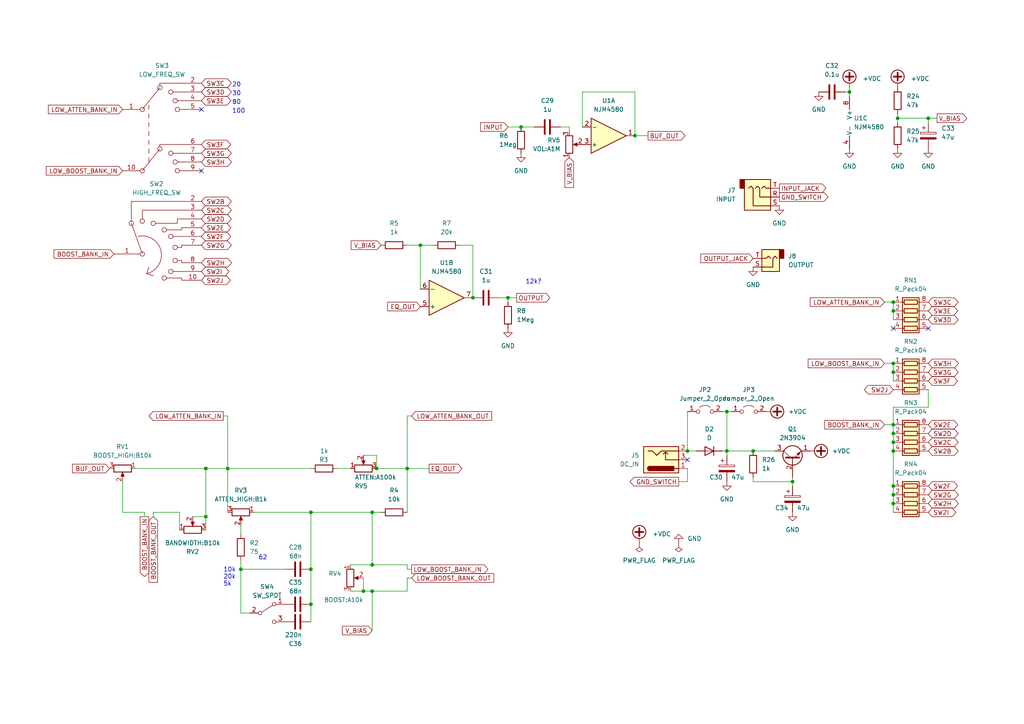
<source format=kicad_sch>
(kicad_sch (version 20211123) (generator eeschema)

  (uuid b69d3734-2927-456a-9572-7dffec01a90f)

  (paper "A4")

  (lib_symbols
    (symbol "Amplifier_Operational:NJM4580" (pin_names (offset 0.127)) (in_bom yes) (on_board yes)
      (property "Reference" "U" (id 0) (at 0 5.08 0)
        (effects (font (size 1.27 1.27)) (justify left))
      )
      (property "Value" "NJM4580" (id 1) (at 0 -5.08 0)
        (effects (font (size 1.27 1.27)) (justify left))
      )
      (property "Footprint" "" (id 2) (at 0 0 0)
        (effects (font (size 1.27 1.27)) hide)
      )
      (property "Datasheet" "http://www.njr.com/semicon/PDF/NJM4580_E.pdf" (id 3) (at 0 0 0)
        (effects (font (size 1.27 1.27)) hide)
      )
      (property "ki_locked" "" (id 4) (at 0 0 0)
        (effects (font (size 1.27 1.27)))
      )
      (property "ki_keywords" "dual opamp" (id 5) (at 0 0 0)
        (effects (font (size 1.27 1.27)) hide)
      )
      (property "ki_description" "Dual Operational Amplifier, DIP-8/DMP-8/SIP-8/MSOP-8/SOP-8/SSOP-8" (id 6) (at 0 0 0)
        (effects (font (size 1.27 1.27)) hide)
      )
      (property "ki_fp_filters" "SOIC*3.9x4.9mm*P1.27mm* DIP*W7.62mm* TO*99* OnSemi*Micro8* TSSOP*3x3mm*P0.65mm* TSSOP*4.4x3mm*P0.65mm* MSOP*3x3mm*P0.65mm* SSOP*3.9x4.9mm*P0.635mm* LFCSP*2x2mm*P0.5mm* *SIP* SOIC*5.3x6.2mm*P1.27mm*" (id 7) (at 0 0 0)
        (effects (font (size 1.27 1.27)) hide)
      )
      (symbol "NJM4580_1_1"
        (polyline
          (pts
            (xy -5.08 5.08)
            (xy 5.08 0)
            (xy -5.08 -5.08)
            (xy -5.08 5.08)
          )
          (stroke (width 0.254) (type default) (color 0 0 0 0))
          (fill (type background))
        )
        (pin output line (at 7.62 0 180) (length 2.54)
          (name "~" (effects (font (size 1.27 1.27))))
          (number "1" (effects (font (size 1.27 1.27))))
        )
        (pin input line (at -7.62 -2.54 0) (length 2.54)
          (name "-" (effects (font (size 1.27 1.27))))
          (number "2" (effects (font (size 1.27 1.27))))
        )
        (pin input line (at -7.62 2.54 0) (length 2.54)
          (name "+" (effects (font (size 1.27 1.27))))
          (number "3" (effects (font (size 1.27 1.27))))
        )
      )
      (symbol "NJM4580_2_1"
        (polyline
          (pts
            (xy -5.08 5.08)
            (xy 5.08 0)
            (xy -5.08 -5.08)
            (xy -5.08 5.08)
          )
          (stroke (width 0.254) (type default) (color 0 0 0 0))
          (fill (type background))
        )
        (pin input line (at -7.62 2.54 0) (length 2.54)
          (name "+" (effects (font (size 1.27 1.27))))
          (number "5" (effects (font (size 1.27 1.27))))
        )
        (pin input line (at -7.62 -2.54 0) (length 2.54)
          (name "-" (effects (font (size 1.27 1.27))))
          (number "6" (effects (font (size 1.27 1.27))))
        )
        (pin output line (at 7.62 0 180) (length 2.54)
          (name "~" (effects (font (size 1.27 1.27))))
          (number "7" (effects (font (size 1.27 1.27))))
        )
      )
      (symbol "NJM4580_3_1"
        (pin power_in line (at -2.54 -7.62 90) (length 3.81)
          (name "V-" (effects (font (size 1.27 1.27))))
          (number "4" (effects (font (size 1.27 1.27))))
        )
        (pin power_in line (at -2.54 7.62 270) (length 3.81)
          (name "V+" (effects (font (size 1.27 1.27))))
          (number "8" (effects (font (size 1.27 1.27))))
        )
      )
    )
    (symbol "Connector:AudioJack2" (in_bom yes) (on_board yes)
      (property "Reference" "J" (id 0) (at 0 8.89 0)
        (effects (font (size 1.27 1.27)))
      )
      (property "Value" "AudioJack2" (id 1) (at 0 6.35 0)
        (effects (font (size 1.27 1.27)))
      )
      (property "Footprint" "" (id 2) (at 0 0 0)
        (effects (font (size 1.27 1.27)) hide)
      )
      (property "Datasheet" "~" (id 3) (at 0 0 0)
        (effects (font (size 1.27 1.27)) hide)
      )
      (property "ki_keywords" "audio jack receptacle mono phone headphone TS connector" (id 4) (at 0 0 0)
        (effects (font (size 1.27 1.27)) hide)
      )
      (property "ki_description" "Audio Jack, 2 Poles (Mono / TS)" (id 5) (at 0 0 0)
        (effects (font (size 1.27 1.27)) hide)
      )
      (property "ki_fp_filters" "Jack*" (id 6) (at 0 0 0)
        (effects (font (size 1.27 1.27)) hide)
      )
      (symbol "AudioJack2_0_1"
        (rectangle (start -3.81 0) (end -2.54 -2.54)
          (stroke (width 0.254) (type default) (color 0 0 0 0))
          (fill (type outline))
        )
        (rectangle (start -2.54 3.81) (end 2.54 -2.54)
          (stroke (width 0.254) (type default) (color 0 0 0 0))
          (fill (type background))
        )
        (polyline
          (pts
            (xy 0 0)
            (xy 0.635 -0.635)
            (xy 1.27 0)
            (xy 2.54 0)
          )
          (stroke (width 0.254) (type default) (color 0 0 0 0))
          (fill (type none))
        )
        (polyline
          (pts
            (xy 2.54 2.54)
            (xy -0.635 2.54)
            (xy -0.635 0)
            (xy -1.27 -0.635)
            (xy -1.905 0)
          )
          (stroke (width 0.254) (type default) (color 0 0 0 0))
          (fill (type none))
        )
      )
      (symbol "AudioJack2_1_1"
        (pin passive line (at 5.08 2.54 180) (length 2.54)
          (name "~" (effects (font (size 1.27 1.27))))
          (number "S" (effects (font (size 1.27 1.27))))
        )
        (pin passive line (at 5.08 0 180) (length 2.54)
          (name "~" (effects (font (size 1.27 1.27))))
          (number "T" (effects (font (size 1.27 1.27))))
        )
      )
    )
    (symbol "Connector:AudioJack3" (in_bom yes) (on_board yes)
      (property "Reference" "J" (id 0) (at 0 8.89 0)
        (effects (font (size 1.27 1.27)))
      )
      (property "Value" "AudioJack3" (id 1) (at 0 6.35 0)
        (effects (font (size 1.27 1.27)))
      )
      (property "Footprint" "" (id 2) (at 0 0 0)
        (effects (font (size 1.27 1.27)) hide)
      )
      (property "Datasheet" "~" (id 3) (at 0 0 0)
        (effects (font (size 1.27 1.27)) hide)
      )
      (property "ki_keywords" "audio jack receptacle stereo headphones phones TRS connector" (id 4) (at 0 0 0)
        (effects (font (size 1.27 1.27)) hide)
      )
      (property "ki_description" "Audio Jack, 3 Poles (Stereo / TRS)" (id 5) (at 0 0 0)
        (effects (font (size 1.27 1.27)) hide)
      )
      (property "ki_fp_filters" "Jack*" (id 6) (at 0 0 0)
        (effects (font (size 1.27 1.27)) hide)
      )
      (symbol "AudioJack3_0_1"
        (rectangle (start -5.08 -5.08) (end -6.35 -2.54)
          (stroke (width 0.254) (type default) (color 0 0 0 0))
          (fill (type outline))
        )
        (polyline
          (pts
            (xy 0 -2.54)
            (xy 0.635 -3.175)
            (xy 1.27 -2.54)
            (xy 2.54 -2.54)
          )
          (stroke (width 0.254) (type default) (color 0 0 0 0))
          (fill (type none))
        )
        (polyline
          (pts
            (xy -1.905 -2.54)
            (xy -1.27 -3.175)
            (xy -0.635 -2.54)
            (xy -0.635 0)
            (xy 2.54 0)
          )
          (stroke (width 0.254) (type default) (color 0 0 0 0))
          (fill (type none))
        )
        (polyline
          (pts
            (xy 2.54 2.54)
            (xy -2.54 2.54)
            (xy -2.54 -2.54)
            (xy -3.175 -3.175)
            (xy -3.81 -2.54)
          )
          (stroke (width 0.254) (type default) (color 0 0 0 0))
          (fill (type none))
        )
        (rectangle (start 2.54 3.81) (end -5.08 -5.08)
          (stroke (width 0.254) (type default) (color 0 0 0 0))
          (fill (type background))
        )
      )
      (symbol "AudioJack3_1_1"
        (pin passive line (at 5.08 0 180) (length 2.54)
          (name "~" (effects (font (size 1.27 1.27))))
          (number "R" (effects (font (size 1.27 1.27))))
        )
        (pin passive line (at 5.08 2.54 180) (length 2.54)
          (name "~" (effects (font (size 1.27 1.27))))
          (number "S" (effects (font (size 1.27 1.27))))
        )
        (pin passive line (at 5.08 -2.54 180) (length 2.54)
          (name "~" (effects (font (size 1.27 1.27))))
          (number "T" (effects (font (size 1.27 1.27))))
        )
      )
    )
    (symbol "Connector:Barrel_Jack_Switch" (pin_names hide) (in_bom yes) (on_board yes)
      (property "Reference" "J" (id 0) (at 0 5.334 0)
        (effects (font (size 1.27 1.27)))
      )
      (property "Value" "Barrel_Jack_Switch" (id 1) (at 0 -5.08 0)
        (effects (font (size 1.27 1.27)))
      )
      (property "Footprint" "" (id 2) (at 1.27 -1.016 0)
        (effects (font (size 1.27 1.27)) hide)
      )
      (property "Datasheet" "~" (id 3) (at 1.27 -1.016 0)
        (effects (font (size 1.27 1.27)) hide)
      )
      (property "ki_keywords" "DC power barrel jack connector" (id 4) (at 0 0 0)
        (effects (font (size 1.27 1.27)) hide)
      )
      (property "ki_description" "DC Barrel Jack with an internal switch" (id 5) (at 0 0 0)
        (effects (font (size 1.27 1.27)) hide)
      )
      (property "ki_fp_filters" "BarrelJack*" (id 6) (at 0 0 0)
        (effects (font (size 1.27 1.27)) hide)
      )
      (symbol "Barrel_Jack_Switch_0_1"
        (rectangle (start -5.08 3.81) (end 5.08 -3.81)
          (stroke (width 0.254) (type default) (color 0 0 0 0))
          (fill (type background))
        )
        (arc (start -3.302 3.175) (mid -3.937 2.54) (end -3.302 1.905)
          (stroke (width 0.254) (type default) (color 0 0 0 0))
          (fill (type none))
        )
        (arc (start -3.302 3.175) (mid -3.937 2.54) (end -3.302 1.905)
          (stroke (width 0.254) (type default) (color 0 0 0 0))
          (fill (type outline))
        )
        (polyline
          (pts
            (xy 1.27 -2.286)
            (xy 1.905 -1.651)
          )
          (stroke (width 0.254) (type default) (color 0 0 0 0))
          (fill (type none))
        )
        (polyline
          (pts
            (xy 5.08 2.54)
            (xy 3.81 2.54)
          )
          (stroke (width 0.254) (type default) (color 0 0 0 0))
          (fill (type none))
        )
        (polyline
          (pts
            (xy 5.08 0)
            (xy 1.27 0)
            (xy 1.27 -2.286)
            (xy 0.635 -1.651)
          )
          (stroke (width 0.254) (type default) (color 0 0 0 0))
          (fill (type none))
        )
        (polyline
          (pts
            (xy -3.81 -2.54)
            (xy -2.54 -2.54)
            (xy -1.27 -1.27)
            (xy 0 -2.54)
            (xy 2.54 -2.54)
            (xy 5.08 -2.54)
          )
          (stroke (width 0.254) (type default) (color 0 0 0 0))
          (fill (type none))
        )
        (rectangle (start 3.683 3.175) (end -3.302 1.905)
          (stroke (width 0.254) (type default) (color 0 0 0 0))
          (fill (type outline))
        )
      )
      (symbol "Barrel_Jack_Switch_1_1"
        (pin passive line (at 7.62 2.54 180) (length 2.54)
          (name "~" (effects (font (size 1.27 1.27))))
          (number "1" (effects (font (size 1.27 1.27))))
        )
        (pin passive line (at 7.62 -2.54 180) (length 2.54)
          (name "~" (effects (font (size 1.27 1.27))))
          (number "2" (effects (font (size 1.27 1.27))))
        )
        (pin passive line (at 7.62 0 180) (length 2.54)
          (name "~" (effects (font (size 1.27 1.27))))
          (number "3" (effects (font (size 1.27 1.27))))
        )
      )
    )
    (symbol "Device:C" (pin_numbers hide) (pin_names (offset 0.254)) (in_bom yes) (on_board yes)
      (property "Reference" "C" (id 0) (at 0.635 2.54 0)
        (effects (font (size 1.27 1.27)) (justify left))
      )
      (property "Value" "C" (id 1) (at 0.635 -2.54 0)
        (effects (font (size 1.27 1.27)) (justify left))
      )
      (property "Footprint" "" (id 2) (at 0.9652 -3.81 0)
        (effects (font (size 1.27 1.27)) hide)
      )
      (property "Datasheet" "~" (id 3) (at 0 0 0)
        (effects (font (size 1.27 1.27)) hide)
      )
      (property "ki_keywords" "cap capacitor" (id 4) (at 0 0 0)
        (effects (font (size 1.27 1.27)) hide)
      )
      (property "ki_description" "Unpolarized capacitor" (id 5) (at 0 0 0)
        (effects (font (size 1.27 1.27)) hide)
      )
      (property "ki_fp_filters" "C_*" (id 6) (at 0 0 0)
        (effects (font (size 1.27 1.27)) hide)
      )
      (symbol "C_0_1"
        (polyline
          (pts
            (xy -2.032 -0.762)
            (xy 2.032 -0.762)
          )
          (stroke (width 0.508) (type default) (color 0 0 0 0))
          (fill (type none))
        )
        (polyline
          (pts
            (xy -2.032 0.762)
            (xy 2.032 0.762)
          )
          (stroke (width 0.508) (type default) (color 0 0 0 0))
          (fill (type none))
        )
      )
      (symbol "C_1_1"
        (pin passive line (at 0 3.81 270) (length 2.794)
          (name "~" (effects (font (size 1.27 1.27))))
          (number "1" (effects (font (size 1.27 1.27))))
        )
        (pin passive line (at 0 -3.81 90) (length 2.794)
          (name "~" (effects (font (size 1.27 1.27))))
          (number "2" (effects (font (size 1.27 1.27))))
        )
      )
    )
    (symbol "Device:C_Polarized" (pin_numbers hide) (pin_names (offset 0.254)) (in_bom yes) (on_board yes)
      (property "Reference" "C" (id 0) (at 0.635 2.54 0)
        (effects (font (size 1.27 1.27)) (justify left))
      )
      (property "Value" "C_Polarized" (id 1) (at 0.635 -2.54 0)
        (effects (font (size 1.27 1.27)) (justify left))
      )
      (property "Footprint" "" (id 2) (at 0.9652 -3.81 0)
        (effects (font (size 1.27 1.27)) hide)
      )
      (property "Datasheet" "~" (id 3) (at 0 0 0)
        (effects (font (size 1.27 1.27)) hide)
      )
      (property "ki_keywords" "cap capacitor" (id 4) (at 0 0 0)
        (effects (font (size 1.27 1.27)) hide)
      )
      (property "ki_description" "Polarized capacitor" (id 5) (at 0 0 0)
        (effects (font (size 1.27 1.27)) hide)
      )
      (property "ki_fp_filters" "CP_*" (id 6) (at 0 0 0)
        (effects (font (size 1.27 1.27)) hide)
      )
      (symbol "C_Polarized_0_1"
        (rectangle (start -2.286 0.508) (end 2.286 1.016)
          (stroke (width 0) (type default) (color 0 0 0 0))
          (fill (type none))
        )
        (polyline
          (pts
            (xy -1.778 2.286)
            (xy -0.762 2.286)
          )
          (stroke (width 0) (type default) (color 0 0 0 0))
          (fill (type none))
        )
        (polyline
          (pts
            (xy -1.27 2.794)
            (xy -1.27 1.778)
          )
          (stroke (width 0) (type default) (color 0 0 0 0))
          (fill (type none))
        )
        (rectangle (start 2.286 -0.508) (end -2.286 -1.016)
          (stroke (width 0) (type default) (color 0 0 0 0))
          (fill (type outline))
        )
      )
      (symbol "C_Polarized_1_1"
        (pin passive line (at 0 3.81 270) (length 2.794)
          (name "~" (effects (font (size 1.27 1.27))))
          (number "1" (effects (font (size 1.27 1.27))))
        )
        (pin passive line (at 0 -3.81 90) (length 2.794)
          (name "~" (effects (font (size 1.27 1.27))))
          (number "2" (effects (font (size 1.27 1.27))))
        )
      )
    )
    (symbol "Device:D" (pin_numbers hide) (pin_names (offset 1.016) hide) (in_bom yes) (on_board yes)
      (property "Reference" "D" (id 0) (at 0 2.54 0)
        (effects (font (size 1.27 1.27)))
      )
      (property "Value" "D" (id 1) (at 0 -2.54 0)
        (effects (font (size 1.27 1.27)))
      )
      (property "Footprint" "" (id 2) (at 0 0 0)
        (effects (font (size 1.27 1.27)) hide)
      )
      (property "Datasheet" "~" (id 3) (at 0 0 0)
        (effects (font (size 1.27 1.27)) hide)
      )
      (property "ki_keywords" "diode" (id 4) (at 0 0 0)
        (effects (font (size 1.27 1.27)) hide)
      )
      (property "ki_description" "Diode" (id 5) (at 0 0 0)
        (effects (font (size 1.27 1.27)) hide)
      )
      (property "ki_fp_filters" "TO-???* *_Diode_* *SingleDiode* D_*" (id 6) (at 0 0 0)
        (effects (font (size 1.27 1.27)) hide)
      )
      (symbol "D_0_1"
        (polyline
          (pts
            (xy -1.27 1.27)
            (xy -1.27 -1.27)
          )
          (stroke (width 0.254) (type default) (color 0 0 0 0))
          (fill (type none))
        )
        (polyline
          (pts
            (xy 1.27 0)
            (xy -1.27 0)
          )
          (stroke (width 0) (type default) (color 0 0 0 0))
          (fill (type none))
        )
        (polyline
          (pts
            (xy 1.27 1.27)
            (xy 1.27 -1.27)
            (xy -1.27 0)
            (xy 1.27 1.27)
          )
          (stroke (width 0.254) (type default) (color 0 0 0 0))
          (fill (type none))
        )
      )
      (symbol "D_1_1"
        (pin passive line (at -3.81 0 0) (length 2.54)
          (name "K" (effects (font (size 1.27 1.27))))
          (number "1" (effects (font (size 1.27 1.27))))
        )
        (pin passive line (at 3.81 0 180) (length 2.54)
          (name "A" (effects (font (size 1.27 1.27))))
          (number "2" (effects (font (size 1.27 1.27))))
        )
      )
    )
    (symbol "Device:R" (pin_numbers hide) (pin_names (offset 0)) (in_bom yes) (on_board yes)
      (property "Reference" "R" (id 0) (at 2.032 0 90)
        (effects (font (size 1.27 1.27)))
      )
      (property "Value" "R" (id 1) (at 0 0 90)
        (effects (font (size 1.27 1.27)))
      )
      (property "Footprint" "" (id 2) (at -1.778 0 90)
        (effects (font (size 1.27 1.27)) hide)
      )
      (property "Datasheet" "~" (id 3) (at 0 0 0)
        (effects (font (size 1.27 1.27)) hide)
      )
      (property "ki_keywords" "R res resistor" (id 4) (at 0 0 0)
        (effects (font (size 1.27 1.27)) hide)
      )
      (property "ki_description" "Resistor" (id 5) (at 0 0 0)
        (effects (font (size 1.27 1.27)) hide)
      )
      (property "ki_fp_filters" "R_*" (id 6) (at 0 0 0)
        (effects (font (size 1.27 1.27)) hide)
      )
      (symbol "R_0_1"
        (rectangle (start -1.016 -2.54) (end 1.016 2.54)
          (stroke (width 0.254) (type default) (color 0 0 0 0))
          (fill (type none))
        )
      )
      (symbol "R_1_1"
        (pin passive line (at 0 3.81 270) (length 1.27)
          (name "~" (effects (font (size 1.27 1.27))))
          (number "1" (effects (font (size 1.27 1.27))))
        )
        (pin passive line (at 0 -3.81 90) (length 1.27)
          (name "~" (effects (font (size 1.27 1.27))))
          (number "2" (effects (font (size 1.27 1.27))))
        )
      )
    )
    (symbol "Device:R_Pack04" (pin_names (offset 0) hide) (in_bom yes) (on_board yes)
      (property "Reference" "RN" (id 0) (at -7.62 0 90)
        (effects (font (size 1.27 1.27)))
      )
      (property "Value" "R_Pack04" (id 1) (at 5.08 0 90)
        (effects (font (size 1.27 1.27)))
      )
      (property "Footprint" "" (id 2) (at 6.985 0 90)
        (effects (font (size 1.27 1.27)) hide)
      )
      (property "Datasheet" "~" (id 3) (at 0 0 0)
        (effects (font (size 1.27 1.27)) hide)
      )
      (property "ki_keywords" "R network parallel topology isolated" (id 4) (at 0 0 0)
        (effects (font (size 1.27 1.27)) hide)
      )
      (property "ki_description" "4 resistor network, parallel topology" (id 5) (at 0 0 0)
        (effects (font (size 1.27 1.27)) hide)
      )
      (property "ki_fp_filters" "DIP* SOIC* R*Array*Concave* R*Array*Convex*" (id 6) (at 0 0 0)
        (effects (font (size 1.27 1.27)) hide)
      )
      (symbol "R_Pack04_0_1"
        (rectangle (start -6.35 -2.413) (end 3.81 2.413)
          (stroke (width 0.254) (type default) (color 0 0 0 0))
          (fill (type background))
        )
        (rectangle (start -5.715 1.905) (end -4.445 -1.905)
          (stroke (width 0.254) (type default) (color 0 0 0 0))
          (fill (type none))
        )
        (rectangle (start -3.175 1.905) (end -1.905 -1.905)
          (stroke (width 0.254) (type default) (color 0 0 0 0))
          (fill (type none))
        )
        (rectangle (start -0.635 1.905) (end 0.635 -1.905)
          (stroke (width 0.254) (type default) (color 0 0 0 0))
          (fill (type none))
        )
        (polyline
          (pts
            (xy -5.08 -2.54)
            (xy -5.08 -1.905)
          )
          (stroke (width 0) (type default) (color 0 0 0 0))
          (fill (type none))
        )
        (polyline
          (pts
            (xy -5.08 1.905)
            (xy -5.08 2.54)
          )
          (stroke (width 0) (type default) (color 0 0 0 0))
          (fill (type none))
        )
        (polyline
          (pts
            (xy -2.54 -2.54)
            (xy -2.54 -1.905)
          )
          (stroke (width 0) (type default) (color 0 0 0 0))
          (fill (type none))
        )
        (polyline
          (pts
            (xy -2.54 1.905)
            (xy -2.54 2.54)
          )
          (stroke (width 0) (type default) (color 0 0 0 0))
          (fill (type none))
        )
        (polyline
          (pts
            (xy 0 -2.54)
            (xy 0 -1.905)
          )
          (stroke (width 0) (type default) (color 0 0 0 0))
          (fill (type none))
        )
        (polyline
          (pts
            (xy 0 1.905)
            (xy 0 2.54)
          )
          (stroke (width 0) (type default) (color 0 0 0 0))
          (fill (type none))
        )
        (polyline
          (pts
            (xy 2.54 -2.54)
            (xy 2.54 -1.905)
          )
          (stroke (width 0) (type default) (color 0 0 0 0))
          (fill (type none))
        )
        (polyline
          (pts
            (xy 2.54 1.905)
            (xy 2.54 2.54)
          )
          (stroke (width 0) (type default) (color 0 0 0 0))
          (fill (type none))
        )
        (rectangle (start 1.905 1.905) (end 3.175 -1.905)
          (stroke (width 0.254) (type default) (color 0 0 0 0))
          (fill (type none))
        )
      )
      (symbol "R_Pack04_1_1"
        (pin passive line (at -5.08 -5.08 90) (length 2.54)
          (name "R1.1" (effects (font (size 1.27 1.27))))
          (number "1" (effects (font (size 1.27 1.27))))
        )
        (pin passive line (at -2.54 -5.08 90) (length 2.54)
          (name "R2.1" (effects (font (size 1.27 1.27))))
          (number "2" (effects (font (size 1.27 1.27))))
        )
        (pin passive line (at 0 -5.08 90) (length 2.54)
          (name "R3.1" (effects (font (size 1.27 1.27))))
          (number "3" (effects (font (size 1.27 1.27))))
        )
        (pin passive line (at 2.54 -5.08 90) (length 2.54)
          (name "R4.1" (effects (font (size 1.27 1.27))))
          (number "4" (effects (font (size 1.27 1.27))))
        )
        (pin passive line (at 2.54 5.08 270) (length 2.54)
          (name "R4.2" (effects (font (size 1.27 1.27))))
          (number "5" (effects (font (size 1.27 1.27))))
        )
        (pin passive line (at 0 5.08 270) (length 2.54)
          (name "R3.2" (effects (font (size 1.27 1.27))))
          (number "6" (effects (font (size 1.27 1.27))))
        )
        (pin passive line (at -2.54 5.08 270) (length 2.54)
          (name "R2.2" (effects (font (size 1.27 1.27))))
          (number "7" (effects (font (size 1.27 1.27))))
        )
        (pin passive line (at -5.08 5.08 270) (length 2.54)
          (name "R1.2" (effects (font (size 1.27 1.27))))
          (number "8" (effects (font (size 1.27 1.27))))
        )
      )
    )
    (symbol "Device:R_Potentiometer" (pin_names (offset 1.016) hide) (in_bom yes) (on_board yes)
      (property "Reference" "RV" (id 0) (at -4.445 0 90)
        (effects (font (size 1.27 1.27)))
      )
      (property "Value" "R_Potentiometer" (id 1) (at -2.54 0 90)
        (effects (font (size 1.27 1.27)))
      )
      (property "Footprint" "" (id 2) (at 0 0 0)
        (effects (font (size 1.27 1.27)) hide)
      )
      (property "Datasheet" "~" (id 3) (at 0 0 0)
        (effects (font (size 1.27 1.27)) hide)
      )
      (property "ki_keywords" "resistor variable" (id 4) (at 0 0 0)
        (effects (font (size 1.27 1.27)) hide)
      )
      (property "ki_description" "Potentiometer" (id 5) (at 0 0 0)
        (effects (font (size 1.27 1.27)) hide)
      )
      (property "ki_fp_filters" "Potentiometer*" (id 6) (at 0 0 0)
        (effects (font (size 1.27 1.27)) hide)
      )
      (symbol "R_Potentiometer_0_1"
        (polyline
          (pts
            (xy 2.54 0)
            (xy 1.524 0)
          )
          (stroke (width 0) (type default) (color 0 0 0 0))
          (fill (type none))
        )
        (polyline
          (pts
            (xy 1.143 0)
            (xy 2.286 0.508)
            (xy 2.286 -0.508)
            (xy 1.143 0)
          )
          (stroke (width 0) (type default) (color 0 0 0 0))
          (fill (type outline))
        )
        (rectangle (start 1.016 2.54) (end -1.016 -2.54)
          (stroke (width 0.254) (type default) (color 0 0 0 0))
          (fill (type none))
        )
      )
      (symbol "R_Potentiometer_1_1"
        (pin passive line (at 0 3.81 270) (length 1.27)
          (name "1" (effects (font (size 1.27 1.27))))
          (number "1" (effects (font (size 1.27 1.27))))
        )
        (pin passive line (at 3.81 0 180) (length 1.27)
          (name "2" (effects (font (size 1.27 1.27))))
          (number "2" (effects (font (size 1.27 1.27))))
        )
        (pin passive line (at 0 -3.81 90) (length 1.27)
          (name "3" (effects (font (size 1.27 1.27))))
          (number "3" (effects (font (size 1.27 1.27))))
        )
      )
    )
    (symbol "Jumper:Jumper_2_Open" (pin_names (offset 0) hide) (in_bom yes) (on_board yes)
      (property "Reference" "JP" (id 0) (at 0 2.794 0)
        (effects (font (size 1.27 1.27)))
      )
      (property "Value" "Jumper_2_Open" (id 1) (at 0 -2.286 0)
        (effects (font (size 1.27 1.27)))
      )
      (property "Footprint" "" (id 2) (at 0 0 0)
        (effects (font (size 1.27 1.27)) hide)
      )
      (property "Datasheet" "~" (id 3) (at 0 0 0)
        (effects (font (size 1.27 1.27)) hide)
      )
      (property "ki_keywords" "Jumper SPST" (id 4) (at 0 0 0)
        (effects (font (size 1.27 1.27)) hide)
      )
      (property "ki_description" "Jumper, 2-pole, open" (id 5) (at 0 0 0)
        (effects (font (size 1.27 1.27)) hide)
      )
      (property "ki_fp_filters" "Jumper* TestPoint*2Pads* TestPoint*Bridge*" (id 6) (at 0 0 0)
        (effects (font (size 1.27 1.27)) hide)
      )
      (symbol "Jumper_2_Open_0_0"
        (circle (center -2.032 0) (radius 0.508)
          (stroke (width 0) (type default) (color 0 0 0 0))
          (fill (type none))
        )
        (circle (center 2.032 0) (radius 0.508)
          (stroke (width 0) (type default) (color 0 0 0 0))
          (fill (type none))
        )
      )
      (symbol "Jumper_2_Open_0_1"
        (arc (start 1.524 1.27) (mid 0 1.778) (end -1.524 1.27)
          (stroke (width 0) (type default) (color 0 0 0 0))
          (fill (type none))
        )
      )
      (symbol "Jumper_2_Open_1_1"
        (pin passive line (at -5.08 0 0) (length 2.54)
          (name "A" (effects (font (size 1.27 1.27))))
          (number "1" (effects (font (size 1.27 1.27))))
        )
        (pin passive line (at 5.08 0 180) (length 2.54)
          (name "B" (effects (font (size 1.27 1.27))))
          (number "2" (effects (font (size 1.27 1.27))))
        )
      )
    )
    (symbol "Switch:SW_SPDT" (pin_names (offset 0) hide) (in_bom yes) (on_board yes)
      (property "Reference" "SW" (id 0) (at 0 4.318 0)
        (effects (font (size 1.27 1.27)))
      )
      (property "Value" "SW_SPDT" (id 1) (at 0 -5.08 0)
        (effects (font (size 1.27 1.27)))
      )
      (property "Footprint" "" (id 2) (at 0 0 0)
        (effects (font (size 1.27 1.27)) hide)
      )
      (property "Datasheet" "~" (id 3) (at 0 0 0)
        (effects (font (size 1.27 1.27)) hide)
      )
      (property "ki_keywords" "switch single-pole double-throw spdt ON-ON" (id 4) (at 0 0 0)
        (effects (font (size 1.27 1.27)) hide)
      )
      (property "ki_description" "Switch, single pole double throw" (id 5) (at 0 0 0)
        (effects (font (size 1.27 1.27)) hide)
      )
      (symbol "SW_SPDT_0_0"
        (circle (center -2.032 0) (radius 0.508)
          (stroke (width 0) (type default) (color 0 0 0 0))
          (fill (type none))
        )
        (circle (center 2.032 -2.54) (radius 0.508)
          (stroke (width 0) (type default) (color 0 0 0 0))
          (fill (type none))
        )
      )
      (symbol "SW_SPDT_0_1"
        (polyline
          (pts
            (xy -1.524 0.254)
            (xy 1.651 2.286)
          )
          (stroke (width 0) (type default) (color 0 0 0 0))
          (fill (type none))
        )
        (circle (center 2.032 2.54) (radius 0.508)
          (stroke (width 0) (type default) (color 0 0 0 0))
          (fill (type none))
        )
      )
      (symbol "SW_SPDT_1_1"
        (pin passive line (at 5.08 2.54 180) (length 2.54)
          (name "A" (effects (font (size 1.27 1.27))))
          (number "1" (effects (font (size 1.27 1.27))))
        )
        (pin passive line (at -5.08 0 0) (length 2.54)
          (name "B" (effects (font (size 1.27 1.27))))
          (number "2" (effects (font (size 1.27 1.27))))
        )
        (pin passive line (at 5.08 -2.54 180) (length 2.54)
          (name "C" (effects (font (size 1.27 1.27))))
          (number "3" (effects (font (size 1.27 1.27))))
        )
      )
    )
    (symbol "Transistor_BJT:2N3904" (pin_names (offset 0) hide) (in_bom yes) (on_board yes)
      (property "Reference" "Q" (id 0) (at 5.08 1.905 0)
        (effects (font (size 1.27 1.27)) (justify left))
      )
      (property "Value" "2N3904" (id 1) (at 5.08 0 0)
        (effects (font (size 1.27 1.27)) (justify left))
      )
      (property "Footprint" "Package_TO_SOT_THT:TO-92_Inline" (id 2) (at 5.08 -1.905 0)
        (effects (font (size 1.27 1.27) italic) (justify left) hide)
      )
      (property "Datasheet" "https://www.onsemi.com/pub/Collateral/2N3903-D.PDF" (id 3) (at 0 0 0)
        (effects (font (size 1.27 1.27)) (justify left) hide)
      )
      (property "ki_keywords" "NPN Transistor" (id 4) (at 0 0 0)
        (effects (font (size 1.27 1.27)) hide)
      )
      (property "ki_description" "0.2A Ic, 40V Vce, Small Signal NPN Transistor, TO-92" (id 5) (at 0 0 0)
        (effects (font (size 1.27 1.27)) hide)
      )
      (property "ki_fp_filters" "TO?92*" (id 6) (at 0 0 0)
        (effects (font (size 1.27 1.27)) hide)
      )
      (symbol "2N3904_0_1"
        (polyline
          (pts
            (xy 0.635 0.635)
            (xy 2.54 2.54)
          )
          (stroke (width 0) (type default) (color 0 0 0 0))
          (fill (type none))
        )
        (polyline
          (pts
            (xy 0.635 -0.635)
            (xy 2.54 -2.54)
            (xy 2.54 -2.54)
          )
          (stroke (width 0) (type default) (color 0 0 0 0))
          (fill (type none))
        )
        (polyline
          (pts
            (xy 0.635 1.905)
            (xy 0.635 -1.905)
            (xy 0.635 -1.905)
          )
          (stroke (width 0.508) (type default) (color 0 0 0 0))
          (fill (type none))
        )
        (polyline
          (pts
            (xy 1.27 -1.778)
            (xy 1.778 -1.27)
            (xy 2.286 -2.286)
            (xy 1.27 -1.778)
            (xy 1.27 -1.778)
          )
          (stroke (width 0) (type default) (color 0 0 0 0))
          (fill (type outline))
        )
        (circle (center 1.27 0) (radius 2.8194)
          (stroke (width 0.254) (type default) (color 0 0 0 0))
          (fill (type none))
        )
      )
      (symbol "2N3904_1_1"
        (pin passive line (at 2.54 -5.08 90) (length 2.54)
          (name "E" (effects (font (size 1.27 1.27))))
          (number "1" (effects (font (size 1.27 1.27))))
        )
        (pin passive line (at -5.08 0 0) (length 5.715)
          (name "B" (effects (font (size 1.27 1.27))))
          (number "2" (effects (font (size 1.27 1.27))))
        )
        (pin passive line (at 2.54 5.08 270) (length 2.54)
          (name "C" (effects (font (size 1.27 1.27))))
          (number "3" (effects (font (size 1.27 1.27))))
        )
      )
    )
    (symbol "ak_misc:SW_Rotary1x9" (pin_names (offset 1.016) hide) (in_bom yes) (on_board yes)
      (property "Reference" "SW" (id 0) (at 0 17.78 0)
        (effects (font (size 1.27 1.27)))
      )
      (property "Value" "SW_Rotary1x9" (id 1) (at 0 -10.16 0)
        (effects (font (size 1.27 1.27)))
      )
      (property "Footprint" "" (id 2) (at -5.08 17.78 0)
        (effects (font (size 1.27 1.27)) hide)
      )
      (property "Datasheet" "" (id 3) (at -5.08 17.78 0)
        (effects (font (size 1.27 1.27)) hide)
      )
      (property "ki_keywords" "rotary switch" (id 4) (at 0 0 0)
        (effects (font (size 1.27 1.27)) hide)
      )
      (property "ki_description" "rotary switch with 9 positions" (id 5) (at 0 0 0)
        (effects (font (size 1.27 1.27)) hide)
      )
      (symbol "SW_Rotary1x9_0_0"
        (circle (center -10.16 8.89) (radius 0.635)
          (stroke (width 0) (type default) (color 0 0 0 0))
          (fill (type none))
        )
        (circle (center -6.985 0) (radius 0.635)
          (stroke (width 0) (type default) (color 0 0 0 0))
          (fill (type none))
        )
        (circle (center -6.985 9.525) (radius 0.635)
          (stroke (width 0) (type default) (color 0 0 0 0))
          (fill (type none))
        )
        (arc (start -5.715 -5.715) (mid -1.5995 0.937) (end -8.255 5.08)
          (stroke (width 0) (type default) (color 0 0 0 0))
          (fill (type none))
        )
        (circle (center -3.81 8.89) (radius 0.635)
          (stroke (width 0) (type default) (color 0 0 0 0))
          (fill (type none))
        )
        (circle (center -0.635 -6.985) (radius 0.635)
          (stroke (width 0) (type default) (color 0 0 0 0))
          (fill (type none))
        )
        (circle (center -0.635 6.985) (radius 0.635)
          (stroke (width 0) (type default) (color 0 0 0 0))
          (fill (type none))
        )
        (polyline
          (pts
            (xy -6.985 0)
            (xy -10.16 8.89)
          )
          (stroke (width 0) (type default) (color 0 0 0 0))
          (fill (type none))
        )
        (polyline
          (pts
            (xy -5.715 -5.715)
            (xy -5.08 -3.81)
          )
          (stroke (width 0) (type default) (color 0 0 0 0))
          (fill (type none))
        )
        (polyline
          (pts
            (xy -5.715 -5.715)
            (xy -3.81 -6.35)
          )
          (stroke (width 0) (type default) (color 0 0 0 0))
          (fill (type none))
        )
        (polyline
          (pts
            (xy 1.905 -5.08)
            (xy 5.08 -5.08)
          )
          (stroke (width 0) (type default) (color 0 0 0 0))
          (fill (type none))
        )
        (polyline
          (pts
            (xy 1.905 5.08)
            (xy 5.08 5.08)
          )
          (stroke (width 0) (type default) (color 0 0 0 0))
          (fill (type none))
        )
        (polyline
          (pts
            (xy -10.16 9.525)
            (xy -10.16 15.24)
            (xy 5.08 15.24)
          )
          (stroke (width 0) (type default) (color 0 0 0 0))
          (fill (type none))
        )
        (polyline
          (pts
            (xy -6.985 10.16)
            (xy -6.985 12.7)
            (xy 5.08 12.7)
          )
          (stroke (width 0) (type default) (color 0 0 0 0))
          (fill (type none))
        )
        (polyline
          (pts
            (xy -3.175 8.89)
            (xy 3.175 8.89)
            (xy 3.175 10.16)
            (xy 5.08 10.16)
          )
          (stroke (width 0) (type default) (color 0 0 0 0))
          (fill (type none))
        )
        (polyline
          (pts
            (xy 0 -6.985)
            (xy 4.445 -6.985)
            (xy 4.445 -7.62)
            (xy 5.08 -7.62)
          )
          (stroke (width 0) (type default) (color 0 0 0 0))
          (fill (type none))
        )
        (polyline
          (pts
            (xy 0 6.985)
            (xy 4.445 6.985)
            (xy 4.445 7.62)
            (xy 5.08 7.62)
          )
          (stroke (width 0) (type default) (color 0 0 0 0))
          (fill (type none))
        )
        (polyline
          (pts
            (xy 3.175 -1.905)
            (xy 4.445 -1.905)
            (xy 4.445 -2.54)
            (xy 5.08 -2.54)
          )
          (stroke (width 0) (type default) (color 0 0 0 0))
          (fill (type none))
        )
        (polyline
          (pts
            (xy 3.175 1.905)
            (xy 4.445 1.905)
            (xy 4.445 2.54)
            (xy 5.08 2.54)
          )
          (stroke (width 0) (type default) (color 0 0 0 0))
          (fill (type none))
        )
        (circle (center 1.27 -5.08) (radius 0.635)
          (stroke (width 0) (type default) (color 0 0 0 0))
          (fill (type none))
        )
        (circle (center 1.27 5.08) (radius 0.635)
          (stroke (width 0) (type default) (color 0 0 0 0))
          (fill (type none))
        )
        (circle (center 2.54 -1.905) (radius 0.635)
          (stroke (width 0) (type default) (color 0 0 0 0))
          (fill (type none))
        )
        (circle (center 2.54 1.905) (radius 0.635)
          (stroke (width 0) (type default) (color 0 0 0 0))
          (fill (type none))
        )
      )
      (symbol "SW_Rotary1x9_0_1"
        (pin passive line (at -15.24 0 0) (length 7.62)
          (name "1" (effects (font (size 1.27 1.27))))
          (number "1" (effects (font (size 1.27 1.27))))
        )
        (pin passive line (at 10.16 -7.62 180) (length 5.08)
          (name "10" (effects (font (size 1.27 1.27))))
          (number "10" (effects (font (size 1.27 1.27))))
        )
        (pin passive line (at 10.16 15.24 180) (length 5.08)
          (name "2" (effects (font (size 1.27 1.27))))
          (number "2" (effects (font (size 1.27 1.27))))
        )
        (pin passive line (at 10.16 12.7 180) (length 5.08)
          (name "3" (effects (font (size 1.27 1.27))))
          (number "3" (effects (font (size 1.27 1.27))))
        )
        (pin passive line (at 10.16 10.16 180) (length 5.08)
          (name "4" (effects (font (size 1.27 1.27))))
          (number "4" (effects (font (size 1.27 1.27))))
        )
        (pin passive line (at 10.16 7.62 180) (length 5.08)
          (name "5" (effects (font (size 1.27 1.27))))
          (number "5" (effects (font (size 1.27 1.27))))
        )
        (pin passive line (at 10.16 5.08 180) (length 5.08)
          (name "6" (effects (font (size 1.27 1.27))))
          (number "6" (effects (font (size 1.27 1.27))))
        )
        (pin passive line (at 10.16 2.54 180) (length 5.08)
          (name "7" (effects (font (size 1.27 1.27))))
          (number "7" (effects (font (size 1.27 1.27))))
        )
        (pin passive line (at 10.16 -2.54 180) (length 5.08)
          (name "8" (effects (font (size 1.27 1.27))))
          (number "8" (effects (font (size 1.27 1.27))))
        )
        (pin passive line (at 10.16 -5.08 180) (length 5.08)
          (name "9" (effects (font (size 1.27 1.27))))
          (number "9" (effects (font (size 1.27 1.27))))
        )
      )
    )
    (symbol "ak_misc:SW_Rotary2x4" (pin_names (offset 1.016) hide) (in_bom yes) (on_board yes)
      (property "Reference" "SW" (id 0) (at 0 17.78 0)
        (effects (font (size 1.27 1.27)))
      )
      (property "Value" "SW_Rotary2x4" (id 1) (at 0 -13.97 0)
        (effects (font (size 1.27 1.27)))
      )
      (property "Footprint" "" (id 2) (at -2.54 15.24 0)
        (effects (font (size 1.27 1.27)) hide)
      )
      (property "Datasheet" "" (id 3) (at 0 21.59 0)
        (effects (font (size 1.27 1.27)) hide)
      )
      (property "ki_keywords" "rotary switch" (id 4) (at 0 0 0)
        (effects (font (size 1.27 1.27)) hide)
      )
      (property "ki_description" "2 rotary switch with 4 positions" (id 5) (at 0 0 0)
        (effects (font (size 1.27 1.27)) hide)
      )
      (symbol "SW_Rotary2x4_0_0"
        (circle (center -4.445 -10.16) (radius 0.635)
          (stroke (width 0) (type default) (color 0 0 0 0))
          (fill (type none))
        )
        (circle (center -4.445 7.62) (radius 0.635)
          (stroke (width 0) (type default) (color 0 0 0 0))
          (fill (type none))
        )
        (polyline
          (pts
            (xy -4.445 -10.16)
            (xy 0.635 -3.81)
          )
          (stroke (width 0) (type default) (color 0 0 0 0))
          (fill (type none))
        )
        (polyline
          (pts
            (xy -4.445 7.62)
            (xy 0.635 13.97)
          )
          (stroke (width 0) (type default) (color 0 0 0 0))
          (fill (type none))
        )
        (polyline
          (pts
            (xy -2.54 -7.62)
            (xy -2.54 -6.35)
          )
          (stroke (width 0) (type default) (color 0 0 0 0))
          (fill (type none))
        )
        (polyline
          (pts
            (xy -2.54 -5.08)
            (xy -2.54 -3.81)
          )
          (stroke (width 0) (type default) (color 0 0 0 0))
          (fill (type none))
        )
        (polyline
          (pts
            (xy -2.54 -2.54)
            (xy -2.54 -1.27)
          )
          (stroke (width 0) (type default) (color 0 0 0 0))
          (fill (type none))
        )
        (polyline
          (pts
            (xy -2.54 0)
            (xy -2.54 1.27)
          )
          (stroke (width 0) (type default) (color 0 0 0 0))
          (fill (type none))
        )
        (polyline
          (pts
            (xy -2.54 2.54)
            (xy -2.54 3.81)
          )
          (stroke (width 0) (type default) (color 0 0 0 0))
          (fill (type none))
        )
        (polyline
          (pts
            (xy -2.54 5.08)
            (xy -2.54 6.35)
          )
          (stroke (width 0) (type default) (color 0 0 0 0))
          (fill (type none))
        )
        (polyline
          (pts
            (xy -2.54 7.62)
            (xy -2.54 8.89)
          )
          (stroke (width 0) (type default) (color 0 0 0 0))
          (fill (type none))
        )
        (polyline
          (pts
            (xy 4.445 -5.08)
            (xy 7.62 -5.08)
          )
          (stroke (width 0) (type default) (color 0 0 0 0))
          (fill (type none))
        )
        (polyline
          (pts
            (xy 4.445 12.7)
            (xy 7.62 12.7)
          )
          (stroke (width 0) (type default) (color 0 0 0 0))
          (fill (type none))
        )
        (polyline
          (pts
            (xy 5.715 -7.62)
            (xy 7.62 -7.62)
          )
          (stroke (width 0) (type default) (color 0 0 0 0))
          (fill (type none))
        )
        (polyline
          (pts
            (xy 5.715 10.16)
            (xy 7.62 10.16)
          )
          (stroke (width 0) (type default) (color 0 0 0 0))
          (fill (type none))
        )
        (polyline
          (pts
            (xy 6.35 -10.16)
            (xy 7.62 -10.16)
          )
          (stroke (width 0) (type default) (color 0 0 0 0))
          (fill (type none))
        )
        (polyline
          (pts
            (xy 6.35 7.62)
            (xy 7.62 7.62)
          )
          (stroke (width 0) (type default) (color 0 0 0 0))
          (fill (type none))
        )
        (polyline
          (pts
            (xy 0.635 -3.175)
            (xy 0.635 -2.54)
            (xy 7.62 -2.54)
          )
          (stroke (width 0) (type default) (color 0 0 0 0))
          (fill (type none))
        )
        (polyline
          (pts
            (xy 0.635 14.605)
            (xy 0.635 15.24)
            (xy 7.62 15.24)
          )
          (stroke (width 0) (type default) (color 0 0 0 0))
          (fill (type none))
        )
        (circle (center 0.635 -3.81) (radius 0.635)
          (stroke (width 0) (type default) (color 0 0 0 0))
          (fill (type none))
        )
        (circle (center 0.635 13.97) (radius 0.635)
          (stroke (width 0) (type default) (color 0 0 0 0))
          (fill (type none))
        )
        (circle (center 3.81 -5.08) (radius 0.635)
          (stroke (width 0) (type default) (color 0 0 0 0))
          (fill (type none))
        )
        (circle (center 3.81 12.7) (radius 0.635)
          (stroke (width 0) (type default) (color 0 0 0 0))
          (fill (type none))
        )
        (circle (center 5.08 -7.62) (radius 0.635)
          (stroke (width 0) (type default) (color 0 0 0 0))
          (fill (type none))
        )
        (circle (center 5.08 10.16) (radius 0.635)
          (stroke (width 0) (type default) (color 0 0 0 0))
          (fill (type none))
        )
        (circle (center 5.715 -10.16) (radius 0.635)
          (stroke (width 0) (type default) (color 0 0 0 0))
          (fill (type none))
        )
        (circle (center 5.715 7.62) (radius 0.635)
          (stroke (width 0) (type default) (color 0 0 0 0))
          (fill (type none))
        )
      )
      (symbol "SW_Rotary2x4_0_1"
        (pin passive line (at -10.16 7.62 0) (length 5.08)
          (name "1" (effects (font (size 1.27 1.27))))
          (number "1" (effects (font (size 1.27 1.27))))
        )
        (pin passive line (at -10.16 -10.16 0) (length 5.08)
          (name "10" (effects (font (size 1.27 1.27))))
          (number "10" (effects (font (size 1.27 1.27))))
        )
        (pin passive line (at 12.7 15.24 180) (length 5.08)
          (name "2" (effects (font (size 1.27 1.27))))
          (number "2" (effects (font (size 1.27 1.27))))
        )
        (pin passive line (at 12.7 12.7 180) (length 5.08)
          (name "3" (effects (font (size 1.27 1.27))))
          (number "3" (effects (font (size 1.27 1.27))))
        )
        (pin passive line (at 12.7 10.16 180) (length 5.08)
          (name "4" (effects (font (size 1.27 1.27))))
          (number "4" (effects (font (size 1.27 1.27))))
        )
        (pin passive line (at 12.7 7.62 180) (length 5.08)
          (name "5" (effects (font (size 1.27 1.27))))
          (number "5" (effects (font (size 1.27 1.27))))
        )
        (pin passive line (at 12.7 -2.54 180) (length 5.08)
          (name "6" (effects (font (size 1.27 1.27))))
          (number "6" (effects (font (size 1.27 1.27))))
        )
        (pin passive line (at 12.7 -5.08 180) (length 5.08)
          (name "7" (effects (font (size 1.27 1.27))))
          (number "7" (effects (font (size 1.27 1.27))))
        )
        (pin passive line (at 12.7 -7.62 180) (length 5.08)
          (name "8" (effects (font (size 1.27 1.27))))
          (number "8" (effects (font (size 1.27 1.27))))
        )
        (pin passive line (at 12.7 -10.16 180) (length 5.08)
          (name "9" (effects (font (size 1.27 1.27))))
          (number "9" (effects (font (size 1.27 1.27))))
        )
      )
    )
    (symbol "power:+VDC" (power) (pin_names (offset 0)) (in_bom yes) (on_board yes)
      (property "Reference" "#PWR" (id 0) (at 0 -2.54 0)
        (effects (font (size 1.27 1.27)) hide)
      )
      (property "Value" "+VDC" (id 1) (at 0 6.35 0)
        (effects (font (size 1.27 1.27)))
      )
      (property "Footprint" "" (id 2) (at 0 0 0)
        (effects (font (size 1.27 1.27)) hide)
      )
      (property "Datasheet" "" (id 3) (at 0 0 0)
        (effects (font (size 1.27 1.27)) hide)
      )
      (property "ki_keywords" "power-flag" (id 4) (at 0 0 0)
        (effects (font (size 1.27 1.27)) hide)
      )
      (property "ki_description" "Power symbol creates a global label with name \"+VDC\"" (id 5) (at 0 0 0)
        (effects (font (size 1.27 1.27)) hide)
      )
      (symbol "+VDC_0_1"
        (polyline
          (pts
            (xy -1.143 3.175)
            (xy 1.143 3.175)
          )
          (stroke (width 0.508) (type default) (color 0 0 0 0))
          (fill (type none))
        )
        (polyline
          (pts
            (xy 0 0)
            (xy 0 1.27)
          )
          (stroke (width 0) (type default) (color 0 0 0 0))
          (fill (type none))
        )
        (polyline
          (pts
            (xy 0 2.032)
            (xy 0 4.318)
          )
          (stroke (width 0.508) (type default) (color 0 0 0 0))
          (fill (type none))
        )
        (circle (center 0 3.175) (radius 1.905)
          (stroke (width 0.254) (type default) (color 0 0 0 0))
          (fill (type none))
        )
      )
      (symbol "+VDC_1_1"
        (pin power_in line (at 0 0 90) (length 0) hide
          (name "+VDC" (effects (font (size 1.27 1.27))))
          (number "1" (effects (font (size 1.27 1.27))))
        )
      )
    )
    (symbol "power:GND" (power) (pin_names (offset 0)) (in_bom yes) (on_board yes)
      (property "Reference" "#PWR" (id 0) (at 0 -6.35 0)
        (effects (font (size 1.27 1.27)) hide)
      )
      (property "Value" "GND" (id 1) (at 0 -3.81 0)
        (effects (font (size 1.27 1.27)))
      )
      (property "Footprint" "" (id 2) (at 0 0 0)
        (effects (font (size 1.27 1.27)) hide)
      )
      (property "Datasheet" "" (id 3) (at 0 0 0)
        (effects (font (size 1.27 1.27)) hide)
      )
      (property "ki_keywords" "power-flag" (id 4) (at 0 0 0)
        (effects (font (size 1.27 1.27)) hide)
      )
      (property "ki_description" "Power symbol creates a global label with name \"GND\" , ground" (id 5) (at 0 0 0)
        (effects (font (size 1.27 1.27)) hide)
      )
      (symbol "GND_0_1"
        (polyline
          (pts
            (xy 0 0)
            (xy 0 -1.27)
            (xy 1.27 -1.27)
            (xy 0 -2.54)
            (xy -1.27 -1.27)
            (xy 0 -1.27)
          )
          (stroke (width 0) (type default) (color 0 0 0 0))
          (fill (type none))
        )
      )
      (symbol "GND_1_1"
        (pin power_in line (at 0 0 270) (length 0) hide
          (name "GND" (effects (font (size 1.27 1.27))))
          (number "1" (effects (font (size 1.27 1.27))))
        )
      )
    )
    (symbol "power:PWR_FLAG" (power) (pin_numbers hide) (pin_names (offset 0) hide) (in_bom yes) (on_board yes)
      (property "Reference" "#FLG" (id 0) (at 0 1.905 0)
        (effects (font (size 1.27 1.27)) hide)
      )
      (property "Value" "PWR_FLAG" (id 1) (at 0 3.81 0)
        (effects (font (size 1.27 1.27)))
      )
      (property "Footprint" "" (id 2) (at 0 0 0)
        (effects (font (size 1.27 1.27)) hide)
      )
      (property "Datasheet" "~" (id 3) (at 0 0 0)
        (effects (font (size 1.27 1.27)) hide)
      )
      (property "ki_keywords" "power-flag" (id 4) (at 0 0 0)
        (effects (font (size 1.27 1.27)) hide)
      )
      (property "ki_description" "Special symbol for telling ERC where power comes from" (id 5) (at 0 0 0)
        (effects (font (size 1.27 1.27)) hide)
      )
      (symbol "PWR_FLAG_0_0"
        (pin power_out line (at 0 0 90) (length 0)
          (name "pwr" (effects (font (size 1.27 1.27))))
          (number "1" (effects (font (size 1.27 1.27))))
        )
      )
      (symbol "PWR_FLAG_0_1"
        (polyline
          (pts
            (xy 0 0)
            (xy 0 1.27)
            (xy -1.016 1.905)
            (xy 0 2.54)
            (xy 1.016 1.905)
            (xy 0 1.27)
          )
          (stroke (width 0) (type default) (color 0 0 0 0))
          (fill (type none))
        )
      )
    )
  )

  (junction (at 107.95 171.45) (diameter 0) (color 0 0 0 0)
    (uuid 075b74b6-a927-4c67-95a9-96dd474959ea)
  )
  (junction (at 260.35 34.29) (diameter 0) (color 0 0 0 0)
    (uuid 084f54a1-e4a8-4f06-9c72-24b03dc37456)
  )
  (junction (at 69.85 165.1) (diameter 0) (color 0 0 0 0)
    (uuid 08fb2159-b5d4-46b3-85ec-31851b254b49)
  )
  (junction (at 269.24 34.29) (diameter 0) (color 0 0 0 0)
    (uuid 0be29070-fc09-4824-baa6-da82074077b8)
  )
  (junction (at 66.04 135.89) (diameter 0) (color 0 0 0 0)
    (uuid 12bf434e-9a5c-4633-81a3-91a003cb446c)
  )
  (junction (at 229.87 139.7) (diameter 0) (color 0 0 0 0)
    (uuid 12f5d86c-57c9-4058-ba95-d701a5b703ea)
  )
  (junction (at 151.13 36.83) (diameter 0) (color 0 0 0 0)
    (uuid 227561df-6a53-4c8d-bb25-b82c2a3fec4b)
  )
  (junction (at 259.08 123.19) (diameter 0) (color 0 0 0 0)
    (uuid 2a1d47e8-1357-4587-991a-5db3ee46b99b)
  )
  (junction (at 107.95 148.59) (diameter 0) (color 0 0 0 0)
    (uuid 2a84f402-21d2-4a04-84e6-9fa3549a60e2)
  )
  (junction (at 259.08 128.27) (diameter 0) (color 0 0 0 0)
    (uuid 3e7472bd-d141-423a-a84e-881945652fb5)
  )
  (junction (at 259.08 90.17) (diameter 0) (color 0 0 0 0)
    (uuid 42042030-47df-4312-abea-b33d4e10c8c9)
  )
  (junction (at 259.08 105.41) (diameter 0) (color 0 0 0 0)
    (uuid 439871ff-67e8-4bf4-9bbd-a74556b06fa1)
  )
  (junction (at 259.08 146.05) (diameter 0) (color 0 0 0 0)
    (uuid 45b84815-b2f6-4071-b3a4-56c400208625)
  )
  (junction (at 210.82 130.81) (diameter 0) (color 0 0 0 0)
    (uuid 46880d41-4a08-46d5-8056-71650ee154ef)
  )
  (junction (at 259.08 140.97) (diameter 0) (color 0 0 0 0)
    (uuid 4df1a3d7-1511-4177-8ae2-5274c52e8f8e)
  )
  (junction (at 218.44 130.81) (diameter 0) (color 0 0 0 0)
    (uuid 54a2b456-48ee-4027-a23b-6ea1ab81b5bf)
  )
  (junction (at 121.92 71.12) (diameter 0) (color 0 0 0 0)
    (uuid 5ac485ce-70eb-422a-aa46-097dad05afdf)
  )
  (junction (at 137.16 86.36) (diameter 0) (color 0 0 0 0)
    (uuid 5c84e084-678c-4fb3-a54d-3f1897c24444)
  )
  (junction (at 210.82 119.38) (diameter 0) (color 0 0 0 0)
    (uuid 6c154c11-116d-4d36-a845-7dda2a54a2f7)
  )
  (junction (at 147.32 86.36) (diameter 0) (color 0 0 0 0)
    (uuid 75a8be01-0d2a-49c7-851f-5b91ee9dfa98)
  )
  (junction (at 90.17 165.1) (diameter 0) (color 0 0 0 0)
    (uuid 7b59f65d-77e5-415d-b9a4-4021a9423b0b)
  )
  (junction (at 109.22 135.89) (diameter 0) (color 0 0 0 0)
    (uuid 7f7bdd45-d66e-4a25-b23c-4188a4cd55bd)
  )
  (junction (at 259.08 107.95) (diameter 0) (color 0 0 0 0)
    (uuid 8aac4f1e-92ec-418f-aa45-76a9d8fd181b)
  )
  (junction (at 118.11 135.89) (diameter 0) (color 0 0 0 0)
    (uuid 97291931-bf91-4db6-b100-4081bf431da3)
  )
  (junction (at 246.38 26.67) (diameter 0) (color 0 0 0 0)
    (uuid 99b471a7-b462-4371-bdeb-5dae000d375c)
  )
  (junction (at 105.41 171.45) (diameter 0) (color 0 0 0 0)
    (uuid 99dbe80f-c90d-4e86-b8de-406274e1b651)
  )
  (junction (at 259.08 125.73) (diameter 0) (color 0 0 0 0)
    (uuid a9d4db5f-f763-4671-9cbe-792257934ae6)
  )
  (junction (at 259.08 130.81) (diameter 0) (color 0 0 0 0)
    (uuid ae5fabf7-462e-44b6-b9f9-2c37e9c6556a)
  )
  (junction (at 90.17 148.59) (diameter 0) (color 0 0 0 0)
    (uuid b2d0ab86-b037-4853-a77b-2bd5522d0206)
  )
  (junction (at 184.15 39.37) (diameter 0) (color 0 0 0 0)
    (uuid c0d8f010-b454-4a74-b409-779d24c3791d)
  )
  (junction (at 199.39 130.81) (diameter 0) (color 0 0 0 0)
    (uuid c79b0b9a-5a59-4b19-8ea3-32b9efff9441)
  )
  (junction (at 107.95 163.83) (diameter 0) (color 0 0 0 0)
    (uuid d999ad16-e8bb-46e5-b836-658b68ab06ad)
  )
  (junction (at 59.69 149.86) (diameter 0) (color 0 0 0 0)
    (uuid df7660e3-66e2-42cc-8da3-2aece7b97f11)
  )
  (junction (at 90.17 175.26) (diameter 0) (color 0 0 0 0)
    (uuid eb551eaf-f15d-4e4f-b857-38c897e5f399)
  )
  (junction (at 259.08 143.51) (diameter 0) (color 0 0 0 0)
    (uuid f3cfcd2e-4a80-40db-81e1-4f60d8a7b56c)
  )
  (junction (at 259.08 87.63) (diameter 0) (color 0 0 0 0)
    (uuid fe700ca3-d20b-4376-9702-33e95e0aab1a)
  )
  (junction (at 59.69 135.89) (diameter 0) (color 0 0 0 0)
    (uuid ffe07078-b0a6-42a2-b4ef-49ecfd3508a0)
  )

  (no_connect (at 199.39 133.35) (uuid 2fa8e55f-f288-43b4-a0af-5e0f5d681ea4))
  (no_connect (at 58.42 31.75) (uuid 4ab841fc-992e-47fa-8798-c6fa05d4e1ad))
  (no_connect (at 58.42 49.53) (uuid 557874f7-1ab8-4944-8d01-c178c4232f9d))
  (no_connect (at 269.24 95.25) (uuid 7dbb3bb6-e0f0-452c-ab19-db6fba3c19fe))
  (no_connect (at 259.08 95.25) (uuid efdc051a-a708-4e3a-931f-238accea2b2e))

  (wire (pts (xy 165.1 36.83) (xy 165.1 38.1))
    (stroke (width 0) (type default) (color 0 0 0 0))
    (uuid 01c64e31-21d1-434c-9f5f-fc609daeb3ba)
  )
  (wire (pts (xy 69.85 165.1) (xy 69.85 177.8))
    (stroke (width 0) (type default) (color 0 0 0 0))
    (uuid 0785fb7e-5830-402a-86b9-eebb802a27b9)
  )
  (wire (pts (xy 41.91 149.86) (xy 41.91 148.59))
    (stroke (width 0) (type default) (color 0 0 0 0))
    (uuid 08df5720-d463-4a1f-8e9a-6da5b9c56e42)
  )
  (wire (pts (xy 184.15 26.67) (xy 168.91 26.67))
    (stroke (width 0) (type default) (color 0 0 0 0))
    (uuid 0a503876-01e1-4f7a-9e4a-7308abdca68e)
  )
  (wire (pts (xy 66.04 135.89) (xy 90.17 135.89))
    (stroke (width 0) (type default) (color 0 0 0 0))
    (uuid 0f7a5222-12b7-411b-aa6f-091b22a61913)
  )
  (wire (pts (xy 105.41 167.64) (xy 105.41 171.45))
    (stroke (width 0) (type default) (color 0 0 0 0))
    (uuid 102734dd-4cda-43fe-b796-d6d36e46496c)
  )
  (wire (pts (xy 105.41 171.45) (xy 107.95 171.45))
    (stroke (width 0) (type default) (color 0 0 0 0))
    (uuid 10a831b0-aa92-4070-a770-db4b2fa2ef85)
  )
  (wire (pts (xy 147.32 86.36) (xy 147.32 87.63))
    (stroke (width 0) (type default) (color 0 0 0 0))
    (uuid 13bd4b21-ed27-4f1d-8258-8e5a82b63d34)
  )
  (wire (pts (xy 90.17 148.59) (xy 90.17 165.1))
    (stroke (width 0) (type default) (color 0 0 0 0))
    (uuid 17183a6f-bc8b-4878-b1c3-870f922207d6)
  )
  (wire (pts (xy 229.87 139.7) (xy 229.87 140.97))
    (stroke (width 0) (type default) (color 0 0 0 0))
    (uuid 17a779dc-ef2e-4805-9c18-dc65f0877a0a)
  )
  (wire (pts (xy 256.54 123.19) (xy 259.08 123.19))
    (stroke (width 0) (type default) (color 0 0 0 0))
    (uuid 18baf449-da13-4265-be02-ba0521254ca4)
  )
  (wire (pts (xy 218.44 130.81) (xy 224.79 130.81))
    (stroke (width 0) (type default) (color 0 0 0 0))
    (uuid 1be524f7-f118-4728-b266-092b140d9cff)
  )
  (wire (pts (xy 269.24 34.29) (xy 260.35 34.29))
    (stroke (width 0) (type default) (color 0 0 0 0))
    (uuid 274ae4ba-8673-4d5b-9897-98c65af15d0b)
  )
  (wire (pts (xy 147.32 36.83) (xy 151.13 36.83))
    (stroke (width 0) (type default) (color 0 0 0 0))
    (uuid 2c6dcde2-43d7-447a-b977-0da1ab8c0f82)
  )
  (wire (pts (xy 107.95 171.45) (xy 118.11 171.45))
    (stroke (width 0) (type default) (color 0 0 0 0))
    (uuid 2d5495cb-2506-4fe1-9982-0303068aba1b)
  )
  (wire (pts (xy 199.39 135.89) (xy 199.39 139.7))
    (stroke (width 0) (type default) (color 0 0 0 0))
    (uuid 2e8356de-d24c-477e-a864-5a4579d83a3c)
  )
  (wire (pts (xy 105.41 171.45) (xy 101.6 171.45))
    (stroke (width 0) (type default) (color 0 0 0 0))
    (uuid 30a56e6f-15f9-4f5c-816d-38980975ecee)
  )
  (wire (pts (xy 218.44 139.7) (xy 229.87 139.7))
    (stroke (width 0) (type default) (color 0 0 0 0))
    (uuid 355dfdf5-16fd-4d02-bd12-0e6493b932b3)
  )
  (wire (pts (xy 210.82 119.38) (xy 212.09 119.38))
    (stroke (width 0) (type default) (color 0 0 0 0))
    (uuid 389dd7c9-5404-44ea-8082-94e91a97bac1)
  )
  (wire (pts (xy 245.11 26.67) (xy 246.38 26.67))
    (stroke (width 0) (type default) (color 0 0 0 0))
    (uuid 3c6d8d95-984c-4daf-b741-4b90524895f6)
  )
  (wire (pts (xy 269.24 113.03) (xy 269.24 118.11))
    (stroke (width 0) (type default) (color 0 0 0 0))
    (uuid 4001e33f-1a81-4055-bab4-88e5efe0f016)
  )
  (wire (pts (xy 259.08 146.05) (xy 259.08 148.59))
    (stroke (width 0) (type default) (color 0 0 0 0))
    (uuid 44251248-8ecd-4095-8c6d-0a70d202759d)
  )
  (wire (pts (xy 59.69 149.86) (xy 55.88 149.86))
    (stroke (width 0) (type default) (color 0 0 0 0))
    (uuid 44de4121-affe-4c7d-9aee-1cb1d1832e58)
  )
  (wire (pts (xy 259.08 118.11) (xy 259.08 123.19))
    (stroke (width 0) (type default) (color 0 0 0 0))
    (uuid 45c56024-fa92-4c47-bbb9-63102360f770)
  )
  (wire (pts (xy 105.41 132.08) (xy 109.22 132.08))
    (stroke (width 0) (type default) (color 0 0 0 0))
    (uuid 4603b3da-649f-4e03-bf62-b6978d129167)
  )
  (wire (pts (xy 59.69 135.89) (xy 66.04 135.89))
    (stroke (width 0) (type default) (color 0 0 0 0))
    (uuid 462a649f-9442-4db3-aaa9-6d763d459556)
  )
  (wire (pts (xy 118.11 135.89) (xy 118.11 148.59))
    (stroke (width 0) (type default) (color 0 0 0 0))
    (uuid 4c1e0e75-543e-4510-8854-ca2c1077d5e3)
  )
  (wire (pts (xy 72.39 177.8) (xy 69.85 177.8))
    (stroke (width 0) (type default) (color 0 0 0 0))
    (uuid 4f9ea634-ae70-40f3-85aa-29902c1b2f24)
  )
  (wire (pts (xy 269.24 34.29) (xy 269.24 35.56))
    (stroke (width 0) (type default) (color 0 0 0 0))
    (uuid 4fe78e35-9a3d-4fe9-bcfc-45b10cddcd90)
  )
  (wire (pts (xy 209.55 119.38) (xy 210.82 119.38))
    (stroke (width 0) (type default) (color 0 0 0 0))
    (uuid 522e40cd-229a-4558-92e2-ca2c628c485d)
  )
  (wire (pts (xy 210.82 119.38) (xy 210.82 130.81))
    (stroke (width 0) (type default) (color 0 0 0 0))
    (uuid 53bd63f3-03c7-41f8-a978-e2d3ec79502c)
  )
  (wire (pts (xy 90.17 165.1) (xy 90.17 175.26))
    (stroke (width 0) (type default) (color 0 0 0 0))
    (uuid 55901720-1477-480d-af4c-c63c8f039f3f)
  )
  (wire (pts (xy 184.15 39.37) (xy 187.96 39.37))
    (stroke (width 0) (type default) (color 0 0 0 0))
    (uuid 57432830-84f6-4851-8af0-d01702e799ff)
  )
  (wire (pts (xy 218.44 138.43) (xy 218.44 139.7))
    (stroke (width 0) (type default) (color 0 0 0 0))
    (uuid 5a48d97b-0f4f-4b78-9725-881d5b4e753e)
  )
  (wire (pts (xy 118.11 71.12) (xy 121.92 71.12))
    (stroke (width 0) (type default) (color 0 0 0 0))
    (uuid 5a659254-2b3c-465a-895c-76f41dea104a)
  )
  (wire (pts (xy 259.08 90.17) (xy 259.08 92.71))
    (stroke (width 0) (type default) (color 0 0 0 0))
    (uuid 5b2317f4-3b90-4a6b-9c0f-33e521446e4c)
  )
  (wire (pts (xy 184.15 39.37) (xy 184.15 26.67))
    (stroke (width 0) (type default) (color 0 0 0 0))
    (uuid 5b3265fe-fc30-4806-acee-136e872564d4)
  )
  (wire (pts (xy 44.45 149.86) (xy 44.45 148.59))
    (stroke (width 0) (type default) (color 0 0 0 0))
    (uuid 5ba677e2-00fa-4cb3-84e8-61d38260d180)
  )
  (wire (pts (xy 256.54 105.41) (xy 259.08 105.41))
    (stroke (width 0) (type default) (color 0 0 0 0))
    (uuid 5e6702a7-d08a-413d-89a2-752304d35ed9)
  )
  (wire (pts (xy 137.16 86.36) (xy 137.16 71.12))
    (stroke (width 0) (type default) (color 0 0 0 0))
    (uuid 5f531a47-92e1-4907-9d2a-ad1157bb0fe5)
  )
  (wire (pts (xy 107.95 171.45) (xy 107.95 182.88))
    (stroke (width 0) (type default) (color 0 0 0 0))
    (uuid 60d86506-02ec-42fa-b0a2-5afaeb21c52e)
  )
  (wire (pts (xy 144.78 86.36) (xy 147.32 86.36))
    (stroke (width 0) (type default) (color 0 0 0 0))
    (uuid 625384f8-e31f-40f8-bdf9-177df5343acb)
  )
  (wire (pts (xy 151.13 36.83) (xy 154.94 36.83))
    (stroke (width 0) (type default) (color 0 0 0 0))
    (uuid 6297c709-10d9-4710-bc3a-09a3f4be78ab)
  )
  (wire (pts (xy 259.08 87.63) (xy 259.08 90.17))
    (stroke (width 0) (type default) (color 0 0 0 0))
    (uuid 65e30b57-8f26-4508-ab8b-6ecbb7bc8d85)
  )
  (wire (pts (xy 246.38 25.4) (xy 246.38 26.67))
    (stroke (width 0) (type default) (color 0 0 0 0))
    (uuid 69ea8e6b-5e83-4f1e-9149-9393a2edda43)
  )
  (wire (pts (xy 260.35 34.29) (xy 260.35 33.02))
    (stroke (width 0) (type default) (color 0 0 0 0))
    (uuid 6a56287a-e5f1-4402-876a-cf9a546a412d)
  )
  (wire (pts (xy 41.91 148.59) (xy 35.56 148.59))
    (stroke (width 0) (type default) (color 0 0 0 0))
    (uuid 6a883028-e595-4465-9483-b0d6217b0456)
  )
  (wire (pts (xy 162.56 36.83) (xy 165.1 36.83))
    (stroke (width 0) (type default) (color 0 0 0 0))
    (uuid 6cb9c886-519c-48b3-9705-4ace4fbd6a40)
  )
  (wire (pts (xy 259.08 105.41) (xy 259.08 107.95))
    (stroke (width 0) (type default) (color 0 0 0 0))
    (uuid 6d4b9459-2465-49a5-9fe1-c170d2a2434e)
  )
  (wire (pts (xy 229.87 139.7) (xy 229.87 138.43))
    (stroke (width 0) (type default) (color 0 0 0 0))
    (uuid 758aea99-1b59-4630-a418-354cc880fb69)
  )
  (wire (pts (xy 199.39 130.81) (xy 201.93 130.81))
    (stroke (width 0) (type default) (color 0 0 0 0))
    (uuid 8006b248-8922-438e-b5e0-fb5deedcf1a8)
  )
  (wire (pts (xy 118.11 120.65) (xy 119.38 120.65))
    (stroke (width 0) (type default) (color 0 0 0 0))
    (uuid 880a7bc4-631a-43ab-ac7e-65471c938c51)
  )
  (wire (pts (xy 64.77 120.65) (xy 66.04 120.65))
    (stroke (width 0) (type default) (color 0 0 0 0))
    (uuid 8c4c4f7c-78ff-49db-8bfd-04899daba918)
  )
  (wire (pts (xy 69.85 162.56) (xy 69.85 165.1))
    (stroke (width 0) (type default) (color 0 0 0 0))
    (uuid 8f54d58f-9270-4963-a62b-985cf2bd04c4)
  )
  (wire (pts (xy 168.91 26.67) (xy 168.91 36.83))
    (stroke (width 0) (type default) (color 0 0 0 0))
    (uuid 93f4bee1-3e93-4602-8718-370e60866771)
  )
  (wire (pts (xy 97.79 135.89) (xy 101.6 135.89))
    (stroke (width 0) (type default) (color 0 0 0 0))
    (uuid 96b6fd80-3f43-4e45-bcc6-e1507d82bbe3)
  )
  (wire (pts (xy 107.95 148.59) (xy 107.95 163.83))
    (stroke (width 0) (type default) (color 0 0 0 0))
    (uuid 9739558a-d54f-43ec-9182-ea63c15155c2)
  )
  (wire (pts (xy 210.82 130.81) (xy 210.82 132.08))
    (stroke (width 0) (type default) (color 0 0 0 0))
    (uuid 984eefb4-2ee0-4da2-b275-263a0c2e5a2e)
  )
  (wire (pts (xy 210.82 130.81) (xy 218.44 130.81))
    (stroke (width 0) (type default) (color 0 0 0 0))
    (uuid 9ae33768-1e8b-49e7-ae2d-c48f0fcc0493)
  )
  (wire (pts (xy 118.11 120.65) (xy 118.11 135.89))
    (stroke (width 0) (type default) (color 0 0 0 0))
    (uuid 9c00c65b-85a0-4764-b421-2d4faf2d53fb)
  )
  (wire (pts (xy 259.08 143.51) (xy 259.08 146.05))
    (stroke (width 0) (type default) (color 0 0 0 0))
    (uuid 9c74eec4-ef65-4661-929f-8278f9114f76)
  )
  (wire (pts (xy 66.04 120.65) (xy 66.04 135.89))
    (stroke (width 0) (type default) (color 0 0 0 0))
    (uuid 9d36295c-5280-4ca5-af68-7f5a00e081f0)
  )
  (wire (pts (xy 259.08 125.73) (xy 259.08 128.27))
    (stroke (width 0) (type default) (color 0 0 0 0))
    (uuid a01a84e7-1c8c-4244-8f30-9f030de20d84)
  )
  (wire (pts (xy 246.38 26.67) (xy 246.38 27.94))
    (stroke (width 0) (type default) (color 0 0 0 0))
    (uuid a2cda9da-f834-44f4-a07e-f45ba05fa488)
  )
  (wire (pts (xy 52.07 153.67) (xy 52.07 148.59))
    (stroke (width 0) (type default) (color 0 0 0 0))
    (uuid aac7b65e-5ca9-4f5c-afe7-1816dd2c2afe)
  )
  (wire (pts (xy 118.11 167.64) (xy 118.11 171.45))
    (stroke (width 0) (type default) (color 0 0 0 0))
    (uuid acdd8506-a0d6-48c3-921c-32991a2adf0f)
  )
  (wire (pts (xy 259.08 123.19) (xy 259.08 125.73))
    (stroke (width 0) (type default) (color 0 0 0 0))
    (uuid ad2f26fd-4c6e-4d5d-a0de-9b80547a31a1)
  )
  (wire (pts (xy 259.08 130.81) (xy 259.08 140.97))
    (stroke (width 0) (type default) (color 0 0 0 0))
    (uuid ae9d5fd7-96e8-478b-a475-1c491f520030)
  )
  (wire (pts (xy 69.85 152.4) (xy 69.85 154.94))
    (stroke (width 0) (type default) (color 0 0 0 0))
    (uuid aec3b7db-8fe7-429e-9103-01274288dd88)
  )
  (wire (pts (xy 73.66 148.59) (xy 90.17 148.59))
    (stroke (width 0) (type default) (color 0 0 0 0))
    (uuid aed17c8f-8d71-46a2-bee2-05a3498c97df)
  )
  (wire (pts (xy 118.11 165.1) (xy 118.11 163.83))
    (stroke (width 0) (type default) (color 0 0 0 0))
    (uuid b49d9277-40d0-4e13-bbc7-a946d98b72fb)
  )
  (wire (pts (xy 121.92 71.12) (xy 125.73 71.12))
    (stroke (width 0) (type default) (color 0 0 0 0))
    (uuid b4c9b0dd-d729-460b-ada3-8053952b0fc9)
  )
  (wire (pts (xy 59.69 153.67) (xy 59.69 149.86))
    (stroke (width 0) (type default) (color 0 0 0 0))
    (uuid b70b9fed-7473-4be6-9f11-b5ead73bf945)
  )
  (wire (pts (xy 118.11 135.89) (xy 124.46 135.89))
    (stroke (width 0) (type default) (color 0 0 0 0))
    (uuid b77ba521-cc4f-454e-b096-e620c6e5fbcf)
  )
  (wire (pts (xy 259.08 107.95) (xy 259.08 110.49))
    (stroke (width 0) (type default) (color 0 0 0 0))
    (uuid bec3927d-e9eb-426b-b298-a093c4d7533a)
  )
  (wire (pts (xy 259.08 140.97) (xy 259.08 143.51))
    (stroke (width 0) (type default) (color 0 0 0 0))
    (uuid c1f445bc-2066-48ff-9ef8-b36f175b1b99)
  )
  (wire (pts (xy 199.39 139.7) (xy 196.85 139.7))
    (stroke (width 0) (type default) (color 0 0 0 0))
    (uuid c448f2a0-9466-4b40-a554-b0ed046ddd4b)
  )
  (wire (pts (xy 137.16 71.12) (xy 133.35 71.12))
    (stroke (width 0) (type default) (color 0 0 0 0))
    (uuid c45a34cd-ebf5-4ff8-baa4-86d875a0e937)
  )
  (wire (pts (xy 82.55 165.1) (xy 69.85 165.1))
    (stroke (width 0) (type default) (color 0 0 0 0))
    (uuid c787e9c8-d13b-4c70-ba61-54324c76fc0f)
  )
  (wire (pts (xy 44.45 148.59) (xy 52.07 148.59))
    (stroke (width 0) (type default) (color 0 0 0 0))
    (uuid d3f635de-ea9f-451a-a580-59625c28e125)
  )
  (wire (pts (xy 271.78 34.29) (xy 269.24 34.29))
    (stroke (width 0) (type default) (color 0 0 0 0))
    (uuid d418c794-1d78-4cda-b617-064013106a54)
  )
  (wire (pts (xy 35.56 148.59) (xy 35.56 139.7))
    (stroke (width 0) (type default) (color 0 0 0 0))
    (uuid d720e1c8-855b-43c7-b3b0-a92039baa045)
  )
  (wire (pts (xy 66.04 135.89) (xy 66.04 148.59))
    (stroke (width 0) (type default) (color 0 0 0 0))
    (uuid de5d3d48-cad7-4c94-a1d9-2ae7140d8297)
  )
  (wire (pts (xy 147.32 86.36) (xy 149.86 86.36))
    (stroke (width 0) (type default) (color 0 0 0 0))
    (uuid e069785e-3487-4a8d-bf90-04070270b615)
  )
  (wire (pts (xy 90.17 175.26) (xy 90.17 180.34))
    (stroke (width 0) (type default) (color 0 0 0 0))
    (uuid e5e6c527-73a8-43db-a3b6-570809b6dbf5)
  )
  (wire (pts (xy 90.17 148.59) (xy 107.95 148.59))
    (stroke (width 0) (type default) (color 0 0 0 0))
    (uuid e627350b-0108-478e-bece-f09a0b811683)
  )
  (wire (pts (xy 107.95 148.59) (xy 110.49 148.59))
    (stroke (width 0) (type default) (color 0 0 0 0))
    (uuid e844fb11-c0ca-4bf4-b64a-550fcd61376f)
  )
  (wire (pts (xy 259.08 128.27) (xy 259.08 130.81))
    (stroke (width 0) (type default) (color 0 0 0 0))
    (uuid e9830d19-c377-4256-bfb2-38e38db25f60)
  )
  (wire (pts (xy 209.55 130.81) (xy 210.82 130.81))
    (stroke (width 0) (type default) (color 0 0 0 0))
    (uuid eae5aee9-7080-45fa-94ab-7b3d5a719fe6)
  )
  (wire (pts (xy 109.22 132.08) (xy 109.22 135.89))
    (stroke (width 0) (type default) (color 0 0 0 0))
    (uuid eb155eb8-0427-4c2f-8411-07a4f4652fbc)
  )
  (wire (pts (xy 59.69 135.89) (xy 59.69 149.86))
    (stroke (width 0) (type default) (color 0 0 0 0))
    (uuid ebef8f21-787d-4b96-9fa5-075afa0a0e1b)
  )
  (wire (pts (xy 107.95 163.83) (xy 118.11 163.83))
    (stroke (width 0) (type default) (color 0 0 0 0))
    (uuid ee91e3da-2718-434a-93b0-4378361c1b48)
  )
  (wire (pts (xy 101.6 163.83) (xy 107.95 163.83))
    (stroke (width 0) (type default) (color 0 0 0 0))
    (uuid efc58134-6015-4886-bea8-34cac975224e)
  )
  (wire (pts (xy 259.08 87.63) (xy 256.54 87.63))
    (stroke (width 0) (type default) (color 0 0 0 0))
    (uuid f76c374f-637f-4ac2-a7ee-f55f355a2c54)
  )
  (wire (pts (xy 109.22 135.89) (xy 118.11 135.89))
    (stroke (width 0) (type default) (color 0 0 0 0))
    (uuid f813f77d-9683-407e-b82a-e788890e2159)
  )
  (wire (pts (xy 199.39 119.38) (xy 199.39 130.81))
    (stroke (width 0) (type default) (color 0 0 0 0))
    (uuid f8b24102-ee14-4578-92aa-38f9b4420536)
  )
  (wire (pts (xy 119.38 165.1) (xy 118.11 165.1))
    (stroke (width 0) (type default) (color 0 0 0 0))
    (uuid fc1181ee-1243-4202-a872-60a088168361)
  )
  (wire (pts (xy 121.92 83.82) (xy 121.92 71.12))
    (stroke (width 0) (type default) (color 0 0 0 0))
    (uuid fc22784b-a369-4fd4-9899-8a4174b7dcd2)
  )
  (wire (pts (xy 269.24 118.11) (xy 259.08 118.11))
    (stroke (width 0) (type default) (color 0 0 0 0))
    (uuid fc66b01d-748b-4850-8f5e-189e56a11aed)
  )
  (wire (pts (xy 260.35 34.29) (xy 260.35 35.56))
    (stroke (width 0) (type default) (color 0 0 0 0))
    (uuid fd22adbb-0601-48df-8a1b-2c1366fd0caf)
  )
  (wire (pts (xy 119.38 167.64) (xy 118.11 167.64))
    (stroke (width 0) (type default) (color 0 0 0 0))
    (uuid fee3f73d-3b3f-41ac-9b67-65f719462690)
  )
  (wire (pts (xy 39.37 135.89) (xy 59.69 135.89))
    (stroke (width 0) (type default) (color 0 0 0 0))
    (uuid ff197021-eeb2-4af8-8ca3-a0bb03464f87)
  )

  (text "20" (at 67.31 25.4 0)
    (effects (font (size 1.27 1.27)) (justify left bottom))
    (uuid 036b75cc-03c6-4b21-9727-1967f5dd42d1)
  )
  (text "62" (at 74.93 162.56 0)
    (effects (font (size 1.27 1.27)) (justify left bottom))
    (uuid 16c2c59a-066c-4ce3-ad55-b81a692c343a)
  )
  (text "80" (at 67.31 30.48 0)
    (effects (font (size 1.27 1.27)) (justify left bottom))
    (uuid 695893aa-d1c8-4627-aebf-582620475d2b)
  )
  (text "12k?" (at 152.4 82.55 0)
    (effects (font (size 1.27 1.27)) (justify left bottom))
    (uuid b5474cd7-a5e7-4b9d-bc5f-54ac94d36186)
  )
  (text "100" (at 67.31 33.02 0)
    (effects (font (size 1.27 1.27)) (justify left bottom))
    (uuid bea0aca2-6b35-42e8-9db9-bbde381f5a68)
  )
  (text "10k\n20k\n5k" (at 64.77 170.18 0)
    (effects (font (size 1.27 1.27)) (justify left bottom))
    (uuid c70dca8d-40e3-4a99-8164-f54e241a12a6)
  )
  (text "30" (at 67.31 27.94 0)
    (effects (font (size 1.27 1.27)) (justify left bottom))
    (uuid f101848d-655b-44b7-81f8-b841f94ddfed)
  )

  (global_label "LOW_ATTEN_BANK_IN" (shape input) (at 256.54 87.63 180) (fields_autoplaced)
    (effects (font (size 1.27 1.27)) (justify right))
    (uuid 092b3222-50bd-4105-a9ef-fa76c49d9e8e)
    (property "Intersheet References" "${INTERSHEET_REFS}" (id 0) (at 235.0164 87.7094 0)
      (effects (font (size 1.27 1.27)) (justify right) hide)
    )
  )
  (global_label "SW2H" (shape bidirectional) (at 58.42 76.2 0) (fields_autoplaced)
    (effects (font (size 1.27 1.27)) (justify left))
    (uuid 09afd566-62e1-465b-9550-026f12a7e1ab)
    (property "Intersheet References" "${INTERSHEET_REFS}" (id 0) (at 66.0341 76.1206 0)
      (effects (font (size 1.27 1.27)) (justify left) hide)
    )
  )
  (global_label "SW2E" (shape bidirectional) (at 269.24 123.19 0) (fields_autoplaced)
    (effects (font (size 1.27 1.27)) (justify left))
    (uuid 19f71cf4-7582-4fbb-a81e-489abfcb85cd)
    (property "Intersheet References" "${INTERSHEET_REFS}" (id 0) (at 276.6726 123.1106 0)
      (effects (font (size 1.27 1.27)) (justify left) hide)
    )
  )
  (global_label "LOW_BOOST_BANK_OUT" (shape input) (at 119.38 167.64 0) (fields_autoplaced)
    (effects (font (size 1.27 1.27)) (justify left))
    (uuid 208e40b4-cff6-4273-ae11-73b395a13ebe)
    (property "Intersheet References" "${INTERSHEET_REFS}" (id 0) (at 143.2017 167.7194 0)
      (effects (font (size 1.27 1.27)) (justify left) hide)
    )
  )
  (global_label "INPUT" (shape input) (at 147.32 36.83 180) (fields_autoplaced)
    (effects (font (size 1.27 1.27)) (justify right))
    (uuid 21acd325-6479-4a7a-9eed-e1a22db4a95d)
    (property "Intersheet References" "${INTERSHEET_REFS}" (id 0) (at 139.4036 36.7506 0)
      (effects (font (size 1.27 1.27)) (justify right) hide)
    )
  )
  (global_label "SW2B" (shape bidirectional) (at 269.24 130.81 0) (fields_autoplaced)
    (effects (font (size 1.27 1.27)) (justify left))
    (uuid 229b8fec-40d6-413a-a09e-cd96605eb577)
    (property "Intersheet References" "${INTERSHEET_REFS}" (id 0) (at 276.7936 130.7306 0)
      (effects (font (size 1.27 1.27)) (justify left) hide)
    )
  )
  (global_label "SW3D" (shape bidirectional) (at 269.24 92.71 0) (fields_autoplaced)
    (effects (font (size 1.27 1.27)) (justify left))
    (uuid 22d893e7-3c9e-4619-bbf9-80e00675f066)
    (property "Intersheet References" "${INTERSHEET_REFS}" (id 0) (at 276.7936 92.6306 0)
      (effects (font (size 1.27 1.27)) (justify left) hide)
    )
  )
  (global_label "V_BIAS" (shape output) (at 271.78 34.29 0) (fields_autoplaced)
    (effects (font (size 1.27 1.27)) (justify left))
    (uuid 25fc195c-6a73-48c4-a2fd-ebe2db934f7a)
    (property "Intersheet References" "${INTERSHEET_REFS}" (id 0) (at 280.4221 34.2106 0)
      (effects (font (size 1.27 1.27)) (justify left) hide)
    )
  )
  (global_label "SW2I" (shape bidirectional) (at 269.24 148.59 0) (fields_autoplaced)
    (effects (font (size 1.27 1.27)) (justify left))
    (uuid 369e9bf0-9443-4ea3-bded-57ecfab58668)
    (property "Intersheet References" "${INTERSHEET_REFS}" (id 0) (at 276.1283 148.5106 0)
      (effects (font (size 1.27 1.27)) (justify left) hide)
    )
  )
  (global_label "SW2I" (shape bidirectional) (at 58.42 78.74 0) (fields_autoplaced)
    (effects (font (size 1.27 1.27)) (justify left))
    (uuid 3f68b22e-09bf-413a-b9f0-6120c04753d5)
    (property "Intersheet References" "${INTERSHEET_REFS}" (id 0) (at 65.3083 78.6606 0)
      (effects (font (size 1.27 1.27)) (justify left) hide)
    )
  )
  (global_label "SW3F" (shape bidirectional) (at 269.24 110.49 0) (fields_autoplaced)
    (effects (font (size 1.27 1.27)) (justify left))
    (uuid 46edbaae-c9e4-43e4-949a-5258bb45ee19)
    (property "Intersheet References" "${INTERSHEET_REFS}" (id 0) (at 276.6121 110.4106 0)
      (effects (font (size 1.27 1.27)) (justify left) hide)
    )
  )
  (global_label "BOOST_BANK_OUT" (shape input) (at 44.45 149.86 270) (fields_autoplaced)
    (effects (font (size 1.27 1.27)) (justify right))
    (uuid 499e9981-01aa-4134-a96f-29530f412fbf)
    (property "Intersheet References" "${INTERSHEET_REFS}" (id 0) (at 44.3706 168.9041 90)
      (effects (font (size 1.27 1.27)) (justify right) hide)
    )
  )
  (global_label "BOOST_BANK_IN" (shape input) (at 256.54 123.19 180) (fields_autoplaced)
    (effects (font (size 1.27 1.27)) (justify right))
    (uuid 50978c07-e2ee-492b-8030-b71a9a4d9748)
    (property "Intersheet References" "${INTERSHEET_REFS}" (id 0) (at 239.1893 123.1106 0)
      (effects (font (size 1.27 1.27)) (justify right) hide)
    )
  )
  (global_label "SW2H" (shape bidirectional) (at 269.24 146.05 0) (fields_autoplaced)
    (effects (font (size 1.27 1.27)) (justify left))
    (uuid 549974ae-020d-4cd7-b39c-2ee8ef8f15f1)
    (property "Intersheet References" "${INTERSHEET_REFS}" (id 0) (at 276.8541 145.9706 0)
      (effects (font (size 1.27 1.27)) (justify left) hide)
    )
  )
  (global_label "SW2J" (shape bidirectional) (at 259.08 113.03 180) (fields_autoplaced)
    (effects (font (size 1.27 1.27)) (justify right))
    (uuid 5dd42f01-5590-4660-8272-ac7d3034804d)
    (property "Intersheet References" "${INTERSHEET_REFS}" (id 0) (at 251.8288 113.1094 0)
      (effects (font (size 1.27 1.27)) (justify right) hide)
    )
  )
  (global_label "INPUT_JACK" (shape output) (at 226.06 54.61 0) (fields_autoplaced)
    (effects (font (size 1.27 1.27)) (justify left))
    (uuid 5f9a39a4-77d6-4e7c-87ad-12bed2a7fa98)
    (property "Intersheet References" "${INTERSHEET_REFS}" (id 0) (at 239.5402 54.5306 0)
      (effects (font (size 1.27 1.27)) (justify left) hide)
    )
  )
  (global_label "BOOST_BANK_IN" (shape output) (at 41.91 149.86 270) (fields_autoplaced)
    (effects (font (size 1.27 1.27)) (justify right))
    (uuid 606ccff1-5bb0-4a72-a795-31e249a52a7d)
    (property "Intersheet References" "${INTERSHEET_REFS}" (id 0) (at 41.8306 167.2107 90)
      (effects (font (size 1.27 1.27)) (justify right) hide)
    )
  )
  (global_label "GND_SWITCH" (shape output) (at 226.06 57.15 0) (fields_autoplaced)
    (effects (font (size 1.27 1.27)) (justify left))
    (uuid 61946272-85ff-489d-aa37-03a94b9d7b78)
    (property "Intersheet References" "${INTERSHEET_REFS}" (id 0) (at 240.145 57.0706 0)
      (effects (font (size 1.27 1.27)) (justify left) hide)
    )
  )
  (global_label "SW2C" (shape bidirectional) (at 58.42 60.96 0) (fields_autoplaced)
    (effects (font (size 1.27 1.27)) (justify left))
    (uuid 6b2ae030-3f1f-4166-86cd-461c5ead84f0)
    (property "Intersheet References" "${INTERSHEET_REFS}" (id 0) (at 65.9736 60.8806 0)
      (effects (font (size 1.27 1.27)) (justify left) hide)
    )
  )
  (global_label "LOW_ATTEN_BANK_IN" (shape output) (at 64.77 120.65 180) (fields_autoplaced)
    (effects (font (size 1.27 1.27)) (justify right))
    (uuid 78fe3654-2cba-419e-8a18-74aa61a47057)
    (property "Intersheet References" "${INTERSHEET_REFS}" (id 0) (at 43.2464 120.7294 0)
      (effects (font (size 1.27 1.27)) (justify right) hide)
    )
  )
  (global_label "SW2G" (shape bidirectional) (at 58.42 71.12 0) (fields_autoplaced)
    (effects (font (size 1.27 1.27)) (justify left))
    (uuid 793795eb-0446-4b4c-ba14-21be56e43247)
    (property "Intersheet References" "${INTERSHEET_REFS}" (id 0) (at 65.9736 71.0406 0)
      (effects (font (size 1.27 1.27)) (justify left) hide)
    )
  )
  (global_label "SW2F" (shape bidirectional) (at 269.24 140.97 0) (fields_autoplaced)
    (effects (font (size 1.27 1.27)) (justify left))
    (uuid 7947bd3b-46b1-46e8-9831-3cee73aa41a2)
    (property "Intersheet References" "${INTERSHEET_REFS}" (id 0) (at 276.6121 140.8906 0)
      (effects (font (size 1.27 1.27)) (justify left) hide)
    )
  )
  (global_label "SW3C" (shape bidirectional) (at 58.42 24.13 0) (fields_autoplaced)
    (effects (font (size 1.27 1.27)) (justify left))
    (uuid 7ad0e796-6ae9-419e-9f31-bc6393567096)
    (property "Intersheet References" "${INTERSHEET_REFS}" (id 0) (at 65.9736 24.0506 0)
      (effects (font (size 1.27 1.27)) (justify left) hide)
    )
  )
  (global_label "OUTPUT_JACK" (shape input) (at 218.44 74.93 180) (fields_autoplaced)
    (effects (font (size 1.27 1.27)) (justify right))
    (uuid 85698680-f5ff-451c-97f2-34ae44ca19bf)
    (property "Intersheet References" "${INTERSHEET_REFS}" (id 0) (at 203.2664 74.8506 0)
      (effects (font (size 1.27 1.27)) (justify right) hide)
    )
  )
  (global_label "SW2D" (shape bidirectional) (at 269.24 125.73 0) (fields_autoplaced)
    (effects (font (size 1.27 1.27)) (justify left))
    (uuid 903b51cb-7fd8-4746-ac96-94511034888c)
    (property "Intersheet References" "${INTERSHEET_REFS}" (id 0) (at 276.7936 125.6506 0)
      (effects (font (size 1.27 1.27)) (justify left) hide)
    )
  )
  (global_label "SW3E" (shape bidirectional) (at 269.24 90.17 0) (fields_autoplaced)
    (effects (font (size 1.27 1.27)) (justify left))
    (uuid 90e195b7-e833-4605-82b0-89b4a807a294)
    (property "Intersheet References" "${INTERSHEET_REFS}" (id 0) (at 276.6726 90.0906 0)
      (effects (font (size 1.27 1.27)) (justify left) hide)
    )
  )
  (global_label "LOW_BOOST_BANK_IN" (shape input) (at 35.56 49.53 180) (fields_autoplaced)
    (effects (font (size 1.27 1.27)) (justify right))
    (uuid 96ce0461-49dd-49d7-97f8-b3f70dc6fad3)
    (property "Intersheet References" "${INTERSHEET_REFS}" (id 0) (at 13.4317 49.6094 0)
      (effects (font (size 1.27 1.27)) (justify right) hide)
    )
  )
  (global_label "OUTPUT" (shape output) (at 149.86 86.36 0) (fields_autoplaced)
    (effects (font (size 1.27 1.27)) (justify left))
    (uuid a49d729e-28ca-48c1-a397-58d14b4dc70c)
    (property "Intersheet References" "${INTERSHEET_REFS}" (id 0) (at 159.4698 86.2806 0)
      (effects (font (size 1.27 1.27)) (justify left) hide)
    )
  )
  (global_label "SW2J" (shape bidirectional) (at 58.42 81.28 0) (fields_autoplaced)
    (effects (font (size 1.27 1.27)) (justify left))
    (uuid a71321dd-f822-4bd5-b98f-0460539ef09b)
    (property "Intersheet References" "${INTERSHEET_REFS}" (id 0) (at 65.6712 81.2006 0)
      (effects (font (size 1.27 1.27)) (justify left) hide)
    )
  )
  (global_label "SW2B" (shape bidirectional) (at 58.42 58.42 0) (fields_autoplaced)
    (effects (font (size 1.27 1.27)) (justify left))
    (uuid a7622368-661e-49e4-a74e-e0133d56b3a1)
    (property "Intersheet References" "${INTERSHEET_REFS}" (id 0) (at 65.9736 58.3406 0)
      (effects (font (size 1.27 1.27)) (justify left) hide)
    )
  )
  (global_label "SW3H" (shape bidirectional) (at 58.42 46.99 0) (fields_autoplaced)
    (effects (font (size 1.27 1.27)) (justify left))
    (uuid aa3428fe-f4d1-48fc-b003-1af1b175df0a)
    (property "Intersheet References" "${INTERSHEET_REFS}" (id 0) (at 66.0341 46.9106 0)
      (effects (font (size 1.27 1.27)) (justify left) hide)
    )
  )
  (global_label "LOW_BOOST_BANK_IN" (shape input) (at 256.54 105.41 180) (fields_autoplaced)
    (effects (font (size 1.27 1.27)) (justify right))
    (uuid ac2cc57e-b35d-4b17-b725-9c685dffb8f9)
    (property "Intersheet References" "${INTERSHEET_REFS}" (id 0) (at 234.4117 105.4894 0)
      (effects (font (size 1.27 1.27)) (justify right) hide)
    )
  )
  (global_label "SW3F" (shape bidirectional) (at 58.42 41.91 0) (fields_autoplaced)
    (effects (font (size 1.27 1.27)) (justify left))
    (uuid b0de247c-1c40-4159-8194-d147916c7b42)
    (property "Intersheet References" "${INTERSHEET_REFS}" (id 0) (at 65.7921 41.8306 0)
      (effects (font (size 1.27 1.27)) (justify left) hide)
    )
  )
  (global_label "SW2C" (shape bidirectional) (at 269.24 128.27 0) (fields_autoplaced)
    (effects (font (size 1.27 1.27)) (justify left))
    (uuid b284db3f-3787-46c1-8829-3a5ffc876ec0)
    (property "Intersheet References" "${INTERSHEET_REFS}" (id 0) (at 276.7936 128.1906 0)
      (effects (font (size 1.27 1.27)) (justify left) hide)
    )
  )
  (global_label "EQ_OUT" (shape output) (at 124.46 135.89 0) (fields_autoplaced)
    (effects (font (size 1.27 1.27)) (justify left))
    (uuid b4521838-a995-4f63-afc3-7987f67c898e)
    (property "Intersheet References" "${INTERSHEET_REFS}" (id 0) (at 133.9488 135.8106 0)
      (effects (font (size 1.27 1.27)) (justify left) hide)
    )
  )
  (global_label "SW3H" (shape bidirectional) (at 269.24 105.41 0) (fields_autoplaced)
    (effects (font (size 1.27 1.27)) (justify left))
    (uuid b5244e7a-8e59-4fcc-b31a-6058b078cddd)
    (property "Intersheet References" "${INTERSHEET_REFS}" (id 0) (at 276.8541 105.3306 0)
      (effects (font (size 1.27 1.27)) (justify left) hide)
    )
  )
  (global_label "SW3D" (shape bidirectional) (at 58.42 26.67 0) (fields_autoplaced)
    (effects (font (size 1.27 1.27)) (justify left))
    (uuid bc411b3f-6443-4b6e-ba42-fedf45ff8592)
    (property "Intersheet References" "${INTERSHEET_REFS}" (id 0) (at 65.9736 26.5906 0)
      (effects (font (size 1.27 1.27)) (justify left) hide)
    )
  )
  (global_label "V_BIAS" (shape input) (at 165.1 45.72 270) (fields_autoplaced)
    (effects (font (size 1.27 1.27)) (justify right))
    (uuid c1d051f0-3710-4790-8d6b-f50b23567573)
    (property "Intersheet References" "${INTERSHEET_REFS}" (id 0) (at 165.0206 54.3621 90)
      (effects (font (size 1.27 1.27)) (justify right) hide)
    )
  )
  (global_label "SW3G" (shape bidirectional) (at 58.42 44.45 0) (fields_autoplaced)
    (effects (font (size 1.27 1.27)) (justify left))
    (uuid c5b63941-4963-4d3f-ac5b-7e3443bc8644)
    (property "Intersheet References" "${INTERSHEET_REFS}" (id 0) (at 65.9736 44.3706 0)
      (effects (font (size 1.27 1.27)) (justify left) hide)
    )
  )
  (global_label "LOW_ATTEN_BANK_OUT" (shape input) (at 119.38 120.65 0) (fields_autoplaced)
    (effects (font (size 1.27 1.27)) (justify left))
    (uuid c8aea4f6-53e6-4080-9370-13ede71e2d0d)
    (property "Intersheet References" "${INTERSHEET_REFS}" (id 0) (at 142.5969 120.5706 0)
      (effects (font (size 1.27 1.27)) (justify left) hide)
    )
  )
  (global_label "EQ_OUT" (shape input) (at 121.92 88.9 180) (fields_autoplaced)
    (effects (font (size 1.27 1.27)) (justify right))
    (uuid cfdbff76-99f8-467b-8c99-7bb833611b4b)
    (property "Intersheet References" "${INTERSHEET_REFS}" (id 0) (at 112.4312 88.8206 0)
      (effects (font (size 1.27 1.27)) (justify right) hide)
    )
  )
  (global_label "GND_SWITCH" (shape output) (at 196.85 139.7 180) (fields_autoplaced)
    (effects (font (size 1.27 1.27)) (justify right))
    (uuid d0c39b1b-3a58-4e51-bd3f-8bfc6457a8e8)
    (property "Intersheet References" "${INTERSHEET_REFS}" (id 0) (at 182.765 139.7794 0)
      (effects (font (size 1.27 1.27)) (justify right) hide)
    )
  )
  (global_label "BUF_OUT" (shape input) (at 31.75 135.89 180) (fields_autoplaced)
    (effects (font (size 1.27 1.27)) (justify right))
    (uuid d3adf47c-872d-440f-a851-50c9e59dcc02)
    (property "Intersheet References" "${INTERSHEET_REFS}" (id 0) (at 21.0517 135.8106 0)
      (effects (font (size 1.27 1.27)) (justify right) hide)
    )
  )
  (global_label "SW2F" (shape bidirectional) (at 58.42 68.58 0) (fields_autoplaced)
    (effects (font (size 1.27 1.27)) (justify left))
    (uuid dc6bb402-b49c-4365-a870-bd48e199d9ea)
    (property "Intersheet References" "${INTERSHEET_REFS}" (id 0) (at 65.7921 68.5006 0)
      (effects (font (size 1.27 1.27)) (justify left) hide)
    )
  )
  (global_label "SW2G" (shape bidirectional) (at 269.24 143.51 0) (fields_autoplaced)
    (effects (font (size 1.27 1.27)) (justify left))
    (uuid e20e5215-cda8-438b-8100-783897ffc9fb)
    (property "Intersheet References" "${INTERSHEET_REFS}" (id 0) (at 276.7936 143.4306 0)
      (effects (font (size 1.27 1.27)) (justify left) hide)
    )
  )
  (global_label "V_BIAS" (shape input) (at 110.49 71.12 180) (fields_autoplaced)
    (effects (font (size 1.27 1.27)) (justify right))
    (uuid e5944851-cab5-4e88-be17-3a2c01688437)
    (property "Intersheet References" "${INTERSHEET_REFS}" (id 0) (at 101.8479 71.0406 0)
      (effects (font (size 1.27 1.27)) (justify right) hide)
    )
  )
  (global_label "SW2D" (shape bidirectional) (at 58.42 63.5 0) (fields_autoplaced)
    (effects (font (size 1.27 1.27)) (justify left))
    (uuid edb8f84c-614f-4e18-bc88-fa58d56ef7c1)
    (property "Intersheet References" "${INTERSHEET_REFS}" (id 0) (at 65.9736 63.4206 0)
      (effects (font (size 1.27 1.27)) (justify left) hide)
    )
  )
  (global_label "SW3C" (shape bidirectional) (at 269.24 87.63 0) (fields_autoplaced)
    (effects (font (size 1.27 1.27)) (justify left))
    (uuid ee642d1e-211c-4692-82bf-b3a15309ef6d)
    (property "Intersheet References" "${INTERSHEET_REFS}" (id 0) (at 276.7936 87.5506 0)
      (effects (font (size 1.27 1.27)) (justify left) hide)
    )
  )
  (global_label "BUF_OUT" (shape output) (at 187.96 39.37 0) (fields_autoplaced)
    (effects (font (size 1.27 1.27)) (justify left))
    (uuid f054f39a-fe50-4643-9eef-707a7c4c61eb)
    (property "Intersheet References" "${INTERSHEET_REFS}" (id 0) (at 198.6583 39.2906 0)
      (effects (font (size 1.27 1.27)) (justify left) hide)
    )
  )
  (global_label "LOW_ATTEN_BANK_IN" (shape input) (at 35.56 31.75 180) (fields_autoplaced)
    (effects (font (size 1.27 1.27)) (justify right))
    (uuid f1a90f0b-77d2-4f20-917b-3f7884ca1946)
    (property "Intersheet References" "${INTERSHEET_REFS}" (id 0) (at 14.0364 31.8294 0)
      (effects (font (size 1.27 1.27)) (justify right) hide)
    )
  )
  (global_label "LOW_BOOST_BANK_IN" (shape output) (at 119.38 165.1 0) (fields_autoplaced)
    (effects (font (size 1.27 1.27)) (justify left))
    (uuid f475e018-aa96-4c1a-b5f8-56d8791f0f50)
    (property "Intersheet References" "${INTERSHEET_REFS}" (id 0) (at 141.5083 165.1794 0)
      (effects (font (size 1.27 1.27)) (justify left) hide)
    )
  )
  (global_label "SW3E" (shape bidirectional) (at 58.42 29.21 0) (fields_autoplaced)
    (effects (font (size 1.27 1.27)) (justify left))
    (uuid f4d57f3b-4dfa-4d6a-8256-8b315e744b5b)
    (property "Intersheet References" "${INTERSHEET_REFS}" (id 0) (at 65.8526 29.1306 0)
      (effects (font (size 1.27 1.27)) (justify left) hide)
    )
  )
  (global_label "BOOST_BANK_IN" (shape input) (at 33.02 73.66 180) (fields_autoplaced)
    (effects (font (size 1.27 1.27)) (justify right))
    (uuid f6b18fd7-3291-4f1f-af22-387ba810c6f4)
    (property "Intersheet References" "${INTERSHEET_REFS}" (id 0) (at 15.6693 73.5806 0)
      (effects (font (size 1.27 1.27)) (justify right) hide)
    )
  )
  (global_label "V_BIAS" (shape input) (at 107.95 182.88 180) (fields_autoplaced)
    (effects (font (size 1.27 1.27)) (justify right))
    (uuid f81d1179-6e06-438a-ac2a-91a9bb8ba88d)
    (property "Intersheet References" "${INTERSHEET_REFS}" (id 0) (at 99.3079 182.8006 0)
      (effects (font (size 1.27 1.27)) (justify right) hide)
    )
  )
  (global_label "SW2E" (shape bidirectional) (at 58.42 66.04 0) (fields_autoplaced)
    (effects (font (size 1.27 1.27)) (justify left))
    (uuid fc6e5d74-c852-4f80-b4a2-c8fe6768b3bb)
    (property "Intersheet References" "${INTERSHEET_REFS}" (id 0) (at 65.8526 65.9606 0)
      (effects (font (size 1.27 1.27)) (justify left) hide)
    )
  )
  (global_label "SW3G" (shape bidirectional) (at 269.24 107.95 0) (fields_autoplaced)
    (effects (font (size 1.27 1.27)) (justify left))
    (uuid fde1bf6a-9f0d-46bc-b3d8-fc2ca58a72b2)
    (property "Intersheet References" "${INTERSHEET_REFS}" (id 0) (at 276.7936 107.8706 0)
      (effects (font (size 1.27 1.27)) (justify left) hide)
    )
  )

  (symbol (lib_id "Amplifier_Operational:NJM4580") (at 248.92 35.56 0) (unit 3)
    (in_bom yes) (on_board yes) (fields_autoplaced)
    (uuid 034f03be-b781-4c17-ae7f-8170f2bca6a3)
    (property "Reference" "U1" (id 0) (at 247.65 34.2899 0)
      (effects (font (size 1.27 1.27)) (justify left))
    )
    (property "Value" "NJM4580" (id 1) (at 247.65 36.8299 0)
      (effects (font (size 1.27 1.27)) (justify left))
    )
    (property "Footprint" "ak_misc:DIP-8_W7.62mm_Socket_w_SOP8" (id 2) (at 248.92 35.56 0)
      (effects (font (size 1.27 1.27)) hide)
    )
    (property "Datasheet" "http://www.njr.com/semicon/PDF/NJM4580_E.pdf" (id 3) (at 248.92 35.56 0)
      (effects (font (size 1.27 1.27)) hide)
    )
    (pin "1" (uuid 36911c36-2695-455c-8467-b431da0822f5))
    (pin "2" (uuid 366956e7-0648-4530-aba6-b80e2e5ae8df))
    (pin "3" (uuid 01859c0b-9424-4ae2-b648-c061e5680a7a))
    (pin "5" (uuid c7f4dcdd-7a59-4eaa-9bd5-3dffe553c187))
    (pin "6" (uuid c703b08e-685a-4c16-bb5d-0d1de8450ed0))
    (pin "7" (uuid 7c34c6c5-b14a-433e-aadd-b3ee2368d401))
    (pin "4" (uuid 0d06e5de-9a85-4d61-a213-4d37a19d5b3b))
    (pin "8" (uuid 0ab09d17-48cd-4c52-bc95-29b434807147))
  )

  (symbol (lib_id "Device:R") (at 260.35 39.37 180) (unit 1)
    (in_bom yes) (on_board yes) (fields_autoplaced)
    (uuid 0a35893e-e720-46db-bcf5-671b453d5fc6)
    (property "Reference" "R25" (id 0) (at 262.89 38.0999 0)
      (effects (font (size 1.27 1.27)) (justify right))
    )
    (property "Value" "47k" (id 1) (at 262.89 40.6399 0)
      (effects (font (size 1.27 1.27)) (justify right))
    )
    (property "Footprint" "ak_misc:R_Axial_DIN0207_L6.3mm_D2.5mm_P7.62mm_with_SMD" (id 2) (at 262.128 39.37 90)
      (effects (font (size 1.27 1.27)) hide)
    )
    (property "Datasheet" "~" (id 3) (at 260.35 39.37 0)
      (effects (font (size 1.27 1.27)) hide)
    )
    (pin "1" (uuid 0eeff81f-1755-4cbc-9c68-ccad9f86b753))
    (pin "2" (uuid 442373c4-63e3-48dc-a804-7d6b1cb80bbb))
  )

  (symbol (lib_id "Device:C") (at 140.97 86.36 90) (unit 1)
    (in_bom yes) (on_board yes) (fields_autoplaced)
    (uuid 0d6529b2-de68-4e8c-a6ba-9bf95ae84c20)
    (property "Reference" "C31" (id 0) (at 140.97 78.74 90))
    (property "Value" "1u" (id 1) (at 140.97 81.28 90))
    (property "Footprint" "ak_misc:C_Rect_L7.2mm_W7.2mm_P5.00mm_with_SMD_3216" (id 2) (at 144.78 85.3948 0)
      (effects (font (size 1.27 1.27)) hide)
    )
    (property "Datasheet" "~" (id 3) (at 140.97 86.36 0)
      (effects (font (size 1.27 1.27)) hide)
    )
    (pin "1" (uuid 8f78c2c9-f386-4770-a011-6bb28ad611ec))
    (pin "2" (uuid 1da4d5a4-04f2-45f9-b97b-6809a23d674d))
  )

  (symbol (lib_id "power:GND") (at 151.13 44.45 0) (unit 1)
    (in_bom yes) (on_board yes)
    (uuid 1409c838-f9a4-46df-90e0-6a7eb40eaef3)
    (property "Reference" "#PWR09" (id 0) (at 151.13 50.8 0)
      (effects (font (size 1.27 1.27)) hide)
    )
    (property "Value" "GND" (id 1) (at 151.13 49.53 0))
    (property "Footprint" "" (id 2) (at 151.13 44.45 0)
      (effects (font (size 1.27 1.27)) hide)
    )
    (property "Datasheet" "" (id 3) (at 151.13 44.45 0)
      (effects (font (size 1.27 1.27)) hide)
    )
    (pin "1" (uuid c860f2dd-d6f0-4aba-8762-1fcdfccab0bd))
  )

  (symbol (lib_id "power:GND") (at 246.38 43.18 0) (unit 1)
    (in_bom yes) (on_board yes) (fields_autoplaced)
    (uuid 150e4f08-6062-41e3-a8ed-5f2d0f9392b4)
    (property "Reference" "#PWR019" (id 0) (at 246.38 49.53 0)
      (effects (font (size 1.27 1.27)) hide)
    )
    (property "Value" "GND" (id 1) (at 246.38 48.26 0))
    (property "Footprint" "" (id 2) (at 246.38 43.18 0)
      (effects (font (size 1.27 1.27)) hide)
    )
    (property "Datasheet" "" (id 3) (at 246.38 43.18 0)
      (effects (font (size 1.27 1.27)) hide)
    )
    (pin "1" (uuid b8f4d917-50b9-40ea-bb2e-8d50226b2d5e))
  )

  (symbol (lib_id "Jumper:Jumper_2_Open") (at 204.47 119.38 0) (unit 1)
    (in_bom yes) (on_board yes) (fields_autoplaced)
    (uuid 16a506c7-74c2-40b3-9678-7214884a1dd2)
    (property "Reference" "JP2" (id 0) (at 204.47 113.03 0))
    (property "Value" "Jumper_2_Open" (id 1) (at 204.47 115.57 0))
    (property "Footprint" "Jumper:SolderJumper-2_P1.3mm_Open_RoundedPad1.0x1.5mm" (id 2) (at 204.47 119.38 0)
      (effects (font (size 1.27 1.27)) hide)
    )
    (property "Datasheet" "~" (id 3) (at 204.47 119.38 0)
      (effects (font (size 1.27 1.27)) hide)
    )
    (pin "1" (uuid abbba33a-6ded-4e45-bf0a-f17833d5f87e))
    (pin "2" (uuid ad96a916-5763-49a4-a46a-ecabe4c1e033))
  )

  (symbol (lib_id "Device:C_Polarized") (at 269.24 39.37 0) (unit 1)
    (in_bom yes) (on_board yes) (fields_autoplaced)
    (uuid 19ae1959-a55f-4cf8-b7f8-1695321a194d)
    (property "Reference" "C33" (id 0) (at 273.05 37.2109 0)
      (effects (font (size 1.27 1.27)) (justify left))
    )
    (property "Value" "47u" (id 1) (at 273.05 39.7509 0)
      (effects (font (size 1.27 1.27)) (justify left))
    )
    (property "Footprint" "Capacitor_THT:CP_Radial_D6.3mm_P2.50mm" (id 2) (at 270.2052 43.18 0)
      (effects (font (size 1.27 1.27)) hide)
    )
    (property "Datasheet" "~" (id 3) (at 269.24 39.37 0)
      (effects (font (size 1.27 1.27)) hide)
    )
    (pin "1" (uuid e6e355a0-cd03-44bc-9499-918d2665d8b3))
    (pin "2" (uuid e3ab0fc9-306b-45a2-a508-41aabf1a8b05))
  )

  (symbol (lib_id "Jumper:Jumper_2_Open") (at 217.17 119.38 0) (unit 1)
    (in_bom yes) (on_board yes) (fields_autoplaced)
    (uuid 1bc2006c-5675-4b00-9c12-f81005cbe1ee)
    (property "Reference" "JP3" (id 0) (at 217.17 113.03 0))
    (property "Value" "Jumper_2_Open" (id 1) (at 217.17 115.57 0))
    (property "Footprint" "Jumper:SolderJumper-2_P1.3mm_Open_RoundedPad1.0x1.5mm" (id 2) (at 217.17 119.38 0)
      (effects (font (size 1.27 1.27)) hide)
    )
    (property "Datasheet" "~" (id 3) (at 217.17 119.38 0)
      (effects (font (size 1.27 1.27)) hide)
    )
    (pin "1" (uuid 5f2b7406-14cb-4c03-a73e-62abbc69b554))
    (pin "2" (uuid 07b0180a-4e7d-4334-853b-50aa53fe471c))
  )

  (symbol (lib_id "Device:D") (at 205.74 130.81 180) (unit 1)
    (in_bom yes) (on_board yes) (fields_autoplaced)
    (uuid 201d10c3-7a33-4c01-8e86-1dfa9b6c4123)
    (property "Reference" "D2" (id 0) (at 205.74 124.46 0))
    (property "Value" "D" (id 1) (at 205.74 127 0))
    (property "Footprint" "Diode_THT:D_DO-34_SOD68_P7.62mm_Horizontal" (id 2) (at 205.74 130.81 0)
      (effects (font (size 1.27 1.27)) hide)
    )
    (property "Datasheet" "~" (id 3) (at 205.74 130.81 0)
      (effects (font (size 1.27 1.27)) hide)
    )
    (pin "1" (uuid c1bf862a-b91a-4e97-b7ed-e950964941dd))
    (pin "2" (uuid 4dc9795b-2132-4748-befd-9834d92fb3c0))
  )

  (symbol (lib_id "Connector:Barrel_Jack_Switch") (at 191.77 133.35 0) (mirror x) (unit 1)
    (in_bom yes) (on_board yes) (fields_autoplaced)
    (uuid 2c1028e4-ebca-4ad3-bb8d-ff4be69d545c)
    (property "Reference" "J5" (id 0) (at 185.42 132.0799 0)
      (effects (font (size 1.27 1.27)) (justify right))
    )
    (property "Value" "DC_IN" (id 1) (at 185.42 134.6199 0)
      (effects (font (size 1.27 1.27)) (justify right))
    )
    (property "Footprint" "Connector_JST:JST_XH_B3B-XH-A_1x03_P2.50mm_Vertical" (id 2) (at 193.04 132.334 0)
      (effects (font (size 1.27 1.27)) hide)
    )
    (property "Datasheet" "~" (id 3) (at 193.04 132.334 0)
      (effects (font (size 1.27 1.27)) hide)
    )
    (pin "1" (uuid 6d861e71-7943-4e13-9ae5-bc114ee1d03c))
    (pin "2" (uuid b47fda8f-7398-41b9-847b-f7555113f69e))
    (pin "3" (uuid 553ac36f-54b2-4413-a017-acc7f73df6ab))
  )

  (symbol (lib_id "Device:R_Potentiometer") (at 165.1 41.91 0) (mirror x) (unit 1)
    (in_bom yes) (on_board yes)
    (uuid 2c8c50e0-578b-4e55-9176-f1630d03c484)
    (property "Reference" "RV6" (id 0) (at 162.56 40.6399 0)
      (effects (font (size 1.27 1.27)) (justify right))
    )
    (property "Value" "VOL:A1M" (id 1) (at 162.56 43.1799 0)
      (effects (font (size 1.27 1.27)) (justify right))
    )
    (property "Footprint" "ak_misc:POT-16mm" (id 2) (at 165.1 41.91 0)
      (effects (font (size 1.27 1.27)) hide)
    )
    (property "Datasheet" "~" (id 3) (at 165.1 41.91 0)
      (effects (font (size 1.27 1.27)) hide)
    )
    (pin "1" (uuid df33d935-73b2-4119-ac59-698989572d48))
    (pin "2" (uuid 95beeb7f-ee6a-44c0-ae1e-4e1cdce169e2))
    (pin "3" (uuid 5a83facf-665e-4a2e-a43e-e6ab923a3736))
  )

  (symbol (lib_id "Device:C_Polarized") (at 229.87 144.78 0) (unit 1)
    (in_bom yes) (on_board yes)
    (uuid 318e24ab-cfcc-46b2-8967-23af6fb595fd)
    (property "Reference" "C34" (id 0) (at 224.79 147.32 0)
      (effects (font (size 1.27 1.27)) (justify left))
    )
    (property "Value" "47u" (id 1) (at 231.14 147.32 0)
      (effects (font (size 1.27 1.27)) (justify left))
    )
    (property "Footprint" "Capacitor_THT:CP_Radial_D6.3mm_P2.50mm" (id 2) (at 230.8352 148.59 0)
      (effects (font (size 1.27 1.27)) hide)
    )
    (property "Datasheet" "~" (id 3) (at 229.87 144.78 0)
      (effects (font (size 1.27 1.27)) hide)
    )
    (pin "1" (uuid 2ef335d1-aafe-4d65-9325-bf18f036b589))
    (pin "2" (uuid f3d091bf-0f46-4a63-b143-67c9caf825a1))
  )

  (symbol (lib_id "Device:R") (at 147.32 91.44 180) (unit 1)
    (in_bom yes) (on_board yes) (fields_autoplaced)
    (uuid 37737bb6-856f-4ef7-9f88-116d1ca8a67a)
    (property "Reference" "R8" (id 0) (at 149.86 90.1699 0)
      (effects (font (size 1.27 1.27)) (justify right))
    )
    (property "Value" "1Meg" (id 1) (at 149.86 92.7099 0)
      (effects (font (size 1.27 1.27)) (justify right))
    )
    (property "Footprint" "ak_misc:R_Axial_DIN0207_L6.3mm_D2.5mm_P7.62mm_with_SMD" (id 2) (at 149.098 91.44 90)
      (effects (font (size 1.27 1.27)) hide)
    )
    (property "Datasheet" "~" (id 3) (at 147.32 91.44 0)
      (effects (font (size 1.27 1.27)) hide)
    )
    (pin "1" (uuid 209d9506-990e-4584-9f2f-4a8f442b963b))
    (pin "2" (uuid 25bbd11d-fae0-4b9b-bf92-e57bf3ee4dcb))
  )

  (symbol (lib_id "power:+VDC") (at 246.38 25.4 0) (unit 1)
    (in_bom yes) (on_board yes) (fields_autoplaced)
    (uuid 3a3b464f-9ebe-4fb7-9675-8cd8e2e6b953)
    (property "Reference" "#PWR018" (id 0) (at 246.38 27.94 0)
      (effects (font (size 1.27 1.27)) hide)
    )
    (property "Value" "+VDC" (id 1) (at 250.19 22.7964 0)
      (effects (font (size 1.27 1.27)) (justify left))
    )
    (property "Footprint" "" (id 2) (at 246.38 25.4 0)
      (effects (font (size 1.27 1.27)) hide)
    )
    (property "Datasheet" "" (id 3) (at 246.38 25.4 0)
      (effects (font (size 1.27 1.27)) hide)
    )
    (pin "1" (uuid e2a0a606-cc84-422d-9457-0dc41731b2df))
  )

  (symbol (lib_id "power:+VDC") (at 260.35 25.4 0) (unit 1)
    (in_bom yes) (on_board yes) (fields_autoplaced)
    (uuid 3acf6a3e-ee2e-4839-b46e-a7a934fd27e9)
    (property "Reference" "#PWR020" (id 0) (at 260.35 27.94 0)
      (effects (font (size 1.27 1.27)) hide)
    )
    (property "Value" "+VDC" (id 1) (at 264.16 22.7964 0)
      (effects (font (size 1.27 1.27)) (justify left))
    )
    (property "Footprint" "" (id 2) (at 260.35 25.4 0)
      (effects (font (size 1.27 1.27)) hide)
    )
    (property "Datasheet" "" (id 3) (at 260.35 25.4 0)
      (effects (font (size 1.27 1.27)) hide)
    )
    (pin "1" (uuid a2d33187-a2ca-4d16-9bbe-9f36dfd02244))
  )

  (symbol (lib_id "Device:C") (at 86.36 180.34 90) (unit 1)
    (in_bom yes) (on_board yes)
    (uuid 3e730426-952d-4338-9239-af0ce7f03760)
    (property "Reference" "C36" (id 0) (at 87.63 186.69 90)
      (effects (font (size 1.27 1.27)) (justify left))
    )
    (property "Value" "220n" (id 1) (at 87.63 184.15 90)
      (effects (font (size 1.27 1.27)) (justify left))
    )
    (property "Footprint" "Capacitor_THT:C_Rect_L7.2mm_W3.5mm_P5.00mm_FKS2_FKP2_MKS2_MKP2" (id 2) (at 90.17 179.3748 0)
      (effects (font (size 1.27 1.27)) hide)
    )
    (property "Datasheet" "~" (id 3) (at 86.36 180.34 0)
      (effects (font (size 1.27 1.27)) hide)
    )
    (pin "1" (uuid 8280e702-072b-4915-ae4b-251d3a65e451))
    (pin "2" (uuid 19849141-addd-44e5-93a8-c24f607eaafa))
  )

  (symbol (lib_id "Device:R_Pack04") (at 264.16 128.27 270) (unit 1)
    (in_bom yes) (on_board yes) (fields_autoplaced)
    (uuid 3f471a21-6d06-4a8a-8d8a-81455761e53e)
    (property "Reference" "RN3" (id 0) (at 264.16 116.84 90))
    (property "Value" "R_Pack04" (id 1) (at 264.16 119.38 90))
    (property "Footprint" "ak_misc:R_Array_Convex_4x0603_handsolder" (id 2) (at 264.16 135.255 90)
      (effects (font (size 1.27 1.27)) hide)
    )
    (property "Datasheet" "~" (id 3) (at 264.16 128.27 0)
      (effects (font (size 1.27 1.27)) hide)
    )
    (pin "1" (uuid da5cf858-489a-441f-835e-bfe33484bff5))
    (pin "2" (uuid 539b6196-66ec-4550-89a6-b7da79f7af77))
    (pin "3" (uuid dba86069-496d-4733-aadc-9e7b1e697dcc))
    (pin "4" (uuid 33234d5a-2a62-4c60-8213-42ebec19d042))
    (pin "5" (uuid e78e1e50-64e1-429c-901d-d2040972b4a5))
    (pin "6" (uuid 15501c56-c901-4e1f-9663-0c5d0e46b2b3))
    (pin "7" (uuid d30669b8-7420-42fc-900e-ba1ebd5ff6ca))
    (pin "8" (uuid b9f906b5-1085-4ea4-b4b0-62e7f12baebf))
  )

  (symbol (lib_id "power:+VDC") (at 234.95 130.81 270) (unit 1)
    (in_bom yes) (on_board yes) (fields_autoplaced)
    (uuid 41c83e23-f88f-471d-b650-9a8511bbb73e)
    (property "Reference" "#PWR013" (id 0) (at 232.41 130.81 0)
      (effects (font (size 1.27 1.27)) hide)
    )
    (property "Value" "+VDC" (id 1) (at 241.3 130.8099 90)
      (effects (font (size 1.27 1.27)) (justify left))
    )
    (property "Footprint" "" (id 2) (at 234.95 130.81 0)
      (effects (font (size 1.27 1.27)) hide)
    )
    (property "Datasheet" "" (id 3) (at 234.95 130.81 0)
      (effects (font (size 1.27 1.27)) hide)
    )
    (pin "1" (uuid d9dd9177-bd63-464c-9418-592f7030b3a1))
  )

  (symbol (lib_id "Device:R") (at 93.98 135.89 270) (unit 1)
    (in_bom yes) (on_board yes)
    (uuid 4295daec-60b8-4fc3-a55c-3492fe067977)
    (property "Reference" "R3" (id 0) (at 95.25 133.3501 90)
      (effects (font (size 1.27 1.27)) (justify right))
    )
    (property "Value" "1k" (id 1) (at 95.25 130.8101 90)
      (effects (font (size 1.27 1.27)) (justify right))
    )
    (property "Footprint" "ak_misc:R_Axial_DIN0207_L6.3mm_D2.5mm_P7.62mm_with_SMD" (id 2) (at 93.98 134.112 90)
      (effects (font (size 1.27 1.27)) hide)
    )
    (property "Datasheet" "~" (id 3) (at 93.98 135.89 0)
      (effects (font (size 1.27 1.27)) hide)
    )
    (pin "1" (uuid abf3b779-0c12-4fda-8322-13aabcab73e4))
    (pin "2" (uuid 21fe7c58-dbea-4b13-a81c-127b454d0270))
  )

  (symbol (lib_id "Device:R") (at 69.85 158.75 180) (unit 1)
    (in_bom yes) (on_board yes)
    (uuid 48004e6b-6500-4fc2-acb8-4859eaeb8352)
    (property "Reference" "R2" (id 0) (at 72.39 157.48 0)
      (effects (font (size 1.27 1.27)) (justify right))
    )
    (property "Value" "75" (id 1) (at 72.39 160.02 0)
      (effects (font (size 1.27 1.27)) (justify right))
    )
    (property "Footprint" "ak_misc:R_Axial_DIN0207_L6.3mm_D2.5mm_P7.62mm_with_SMD" (id 2) (at 71.628 158.75 90)
      (effects (font (size 1.27 1.27)) hide)
    )
    (property "Datasheet" "~" (id 3) (at 69.85 158.75 0)
      (effects (font (size 1.27 1.27)) hide)
    )
    (pin "1" (uuid 6854f4f9-2d8b-4c37-938c-58999dfb7bbf))
    (pin "2" (uuid 7bef3185-5d07-4192-b8ea-000482bfe798))
  )

  (symbol (lib_id "Amplifier_Operational:NJM4580") (at 129.54 86.36 0) (mirror x) (unit 2)
    (in_bom yes) (on_board yes) (fields_autoplaced)
    (uuid 4f84b4ab-6bfd-41b9-b373-a518a6f7714b)
    (property "Reference" "U1" (id 0) (at 129.54 76.2 0))
    (property "Value" "NJM4580" (id 1) (at 129.54 78.74 0))
    (property "Footprint" "ak_misc:DIP-8_W7.62mm_Socket_w_SOP8" (id 2) (at 129.54 86.36 0)
      (effects (font (size 1.27 1.27)) hide)
    )
    (property "Datasheet" "http://www.njr.com/semicon/PDF/NJM4580_E.pdf" (id 3) (at 129.54 86.36 0)
      (effects (font (size 1.27 1.27)) hide)
    )
    (pin "1" (uuid 0323fcf1-36ca-4e0e-b176-e26ea0cd6324))
    (pin "2" (uuid 75d9c0ab-6cc0-423a-a333-178e1febc1bc))
    (pin "3" (uuid b3eb4ac9-a551-4f34-9aa2-b4ba9efa3ea2))
    (pin "5" (uuid 3ea3d2cc-ff5d-44cd-8597-a99776175493))
    (pin "6" (uuid 8d00e9ad-294e-48bd-9782-6f2c37e96d71))
    (pin "7" (uuid 2fff0c29-82f3-4982-bdc5-31beec9c0312))
    (pin "4" (uuid c5a8ac5e-da85-442e-a0b7-24e2c8fb5be0))
    (pin "8" (uuid 730f33d8-624c-419c-bddb-d4ab2c364f71))
  )

  (symbol (lib_id "Device:R_Potentiometer") (at 101.6 167.64 0) (unit 1)
    (in_bom yes) (on_board yes)
    (uuid 4f959e68-e67d-4f80-89d6-2057759dd530)
    (property "Reference" "RV4" (id 0) (at 99.06 166.3699 0)
      (effects (font (size 1.27 1.27)) (justify right))
    )
    (property "Value" "BOOST:A10k" (id 1) (at 105.41 173.99 0)
      (effects (font (size 1.27 1.27)) (justify right))
    )
    (property "Footprint" "ak_misc:POT-16mm" (id 2) (at 101.6 167.64 0)
      (effects (font (size 1.27 1.27)) hide)
    )
    (property "Datasheet" "~" (id 3) (at 101.6 167.64 0)
      (effects (font (size 1.27 1.27)) hide)
    )
    (pin "1" (uuid 1a4fbf02-3d71-46ca-9a34-a44c7786c0ba))
    (pin "2" (uuid 652c5f8e-880d-48fa-a025-4a2f303a14f7))
    (pin "3" (uuid 0e2bea2f-1acb-4cd5-82c3-be34b8d83bc7))
  )

  (symbol (lib_id "Device:C") (at 158.75 36.83 90) (unit 1)
    (in_bom yes) (on_board yes) (fields_autoplaced)
    (uuid 5338c591-745d-4a1f-b036-3ce92317c437)
    (property "Reference" "C29" (id 0) (at 158.75 29.21 90))
    (property "Value" "1u" (id 1) (at 158.75 31.75 90))
    (property "Footprint" "ak_misc:C_Rect_L7.2mm_W7.2mm_P5.00mm_with_SMD_3216" (id 2) (at 162.56 35.8648 0)
      (effects (font (size 1.27 1.27)) hide)
    )
    (property "Datasheet" "~" (id 3) (at 158.75 36.83 0)
      (effects (font (size 1.27 1.27)) hide)
    )
    (pin "1" (uuid 84b150c3-e73a-489a-8633-79d770cf368c))
    (pin "2" (uuid a1db1ee1-e60d-4b8a-9c60-2e8597f006fb))
  )

  (symbol (lib_id "power:GND") (at 210.82 139.7 0) (unit 1)
    (in_bom yes) (on_board yes) (fields_autoplaced)
    (uuid 5c64ac98-80c1-4fb6-9aee-93a906306262)
    (property "Reference" "#PWR012" (id 0) (at 210.82 146.05 0)
      (effects (font (size 1.27 1.27)) hide)
    )
    (property "Value" "GND" (id 1) (at 210.82 144.78 0))
    (property "Footprint" "" (id 2) (at 210.82 139.7 0)
      (effects (font (size 1.27 1.27)) hide)
    )
    (property "Datasheet" "" (id 3) (at 210.82 139.7 0)
      (effects (font (size 1.27 1.27)) hide)
    )
    (pin "1" (uuid 91f6c0ec-e4f3-4a6b-bfb6-4f2a6e6b7233))
  )

  (symbol (lib_id "Device:R") (at 114.3 148.59 270) (unit 1)
    (in_bom yes) (on_board yes) (fields_autoplaced)
    (uuid 67655b8a-258d-4593-8528-4c3e63b3058e)
    (property "Reference" "R4" (id 0) (at 114.3 142.24 90))
    (property "Value" "10k" (id 1) (at 114.3 144.78 90))
    (property "Footprint" "ak_misc:R_Axial_DIN0207_L6.3mm_D2.5mm_P7.62mm_with_SMD" (id 2) (at 114.3 146.812 90)
      (effects (font (size 1.27 1.27)) hide)
    )
    (property "Datasheet" "~" (id 3) (at 114.3 148.59 0)
      (effects (font (size 1.27 1.27)) hide)
    )
    (pin "1" (uuid e3765a24-eae2-4e1d-b0a2-b0856952f36f))
    (pin "2" (uuid 47d14dc8-6ac2-47fd-bb95-15a103b11e6b))
  )

  (symbol (lib_id "power:+VDC") (at 222.25 119.38 270) (unit 1)
    (in_bom yes) (on_board yes)
    (uuid 6cfcfe6c-b619-4201-8e01-447b5e0ff85c)
    (property "Reference" "#PWR023" (id 0) (at 219.71 119.38 0)
      (effects (font (size 1.27 1.27)) hide)
    )
    (property "Value" "+VDC" (id 1) (at 228.6 119.3799 90)
      (effects (font (size 1.27 1.27)) (justify left))
    )
    (property "Footprint" "" (id 2) (at 222.25 119.38 0)
      (effects (font (size 1.27 1.27)) hide)
    )
    (property "Datasheet" "" (id 3) (at 222.25 119.38 0)
      (effects (font (size 1.27 1.27)) hide)
    )
    (pin "1" (uuid c779a553-4a5a-4e42-a61b-4255fc287148))
  )

  (symbol (lib_id "Device:C") (at 241.3 26.67 90) (unit 1)
    (in_bom yes) (on_board yes) (fields_autoplaced)
    (uuid 6ed32f50-b167-4d82-9a0a-6b55454229f3)
    (property "Reference" "C32" (id 0) (at 241.3 19.05 90))
    (property "Value" "0.1u" (id 1) (at 241.3 21.59 90))
    (property "Footprint" "Capacitor_THT:C_Disc_D5.0mm_W2.5mm_P2.50mm" (id 2) (at 245.11 25.7048 0)
      (effects (font (size 1.27 1.27)) hide)
    )
    (property "Datasheet" "~" (id 3) (at 241.3 26.67 0)
      (effects (font (size 1.27 1.27)) hide)
    )
    (pin "1" (uuid a234afc1-84e0-4911-bc09-e35ea2edaa19))
    (pin "2" (uuid 2fe204d5-86f8-41ad-aa19-0f641410faeb))
  )

  (symbol (lib_id "Transistor_BJT:2N3904") (at 229.87 133.35 90) (unit 1)
    (in_bom yes) (on_board yes) (fields_autoplaced)
    (uuid 77e91242-ddfc-4417-a08d-c7f8690cce3f)
    (property "Reference" "Q1" (id 0) (at 229.87 124.46 90))
    (property "Value" "2N3904" (id 1) (at 229.87 127 90))
    (property "Footprint" "Package_TO_SOT_THT:TO-92" (id 2) (at 231.775 128.27 0)
      (effects (font (size 1.27 1.27) italic) (justify left) hide)
    )
    (property "Datasheet" "https://www.onsemi.com/pub/Collateral/2N3903-D.PDF" (id 3) (at 229.87 133.35 0)
      (effects (font (size 1.27 1.27)) (justify left) hide)
    )
    (pin "1" (uuid f57a35d9-b4c7-4fe2-93b9-8d1d790f6945))
    (pin "2" (uuid c0444d9f-fd28-453b-a361-06d02ce9d71d))
    (pin "3" (uuid a2823097-110d-4ee5-8122-dd78de4b16a1))
  )

  (symbol (lib_id "power:GND") (at 196.85 157.48 180) (unit 1)
    (in_bom yes) (on_board yes) (fields_autoplaced)
    (uuid 8c713fbe-f5d9-443c-9ec2-dd1adc43d72c)
    (property "Reference" "#PWR016" (id 0) (at 196.85 151.13 0)
      (effects (font (size 1.27 1.27)) hide)
    )
    (property "Value" "GND" (id 1) (at 199.39 156.2099 0)
      (effects (font (size 1.27 1.27)) (justify right))
    )
    (property "Footprint" "" (id 2) (at 196.85 157.48 0)
      (effects (font (size 1.27 1.27)) hide)
    )
    (property "Datasheet" "" (id 3) (at 196.85 157.48 0)
      (effects (font (size 1.27 1.27)) hide)
    )
    (pin "1" (uuid 05146380-2cef-4168-90a8-770c9261dcbe))
  )

  (symbol (lib_id "Device:R_Pack04") (at 264.16 110.49 270) (unit 1)
    (in_bom yes) (on_board yes) (fields_autoplaced)
    (uuid 93d5269b-2d9a-4448-a2fc-774b7e7caec9)
    (property "Reference" "RN2" (id 0) (at 264.16 99.06 90))
    (property "Value" "R_Pack04" (id 1) (at 264.16 101.6 90))
    (property "Footprint" "ak_misc:R_Array_Convex_4x0603_handsolder" (id 2) (at 264.16 117.475 90)
      (effects (font (size 1.27 1.27)) hide)
    )
    (property "Datasheet" "~" (id 3) (at 264.16 110.49 0)
      (effects (font (size 1.27 1.27)) hide)
    )
    (pin "1" (uuid d5639bc6-2b67-4f19-b527-44dfda0e758b))
    (pin "2" (uuid c7950fe0-b69a-4533-8d23-3f61d40be72a))
    (pin "3" (uuid cb9db727-cc1e-42d0-a342-b96b08ec36e8))
    (pin "4" (uuid 01783562-6bf9-41ec-905c-8e8d5428ed27))
    (pin "5" (uuid 97400275-3bb2-49b2-93a8-a81a10b97443))
    (pin "6" (uuid a18b1cd6-a595-4a0f-be3c-891aed30ba9b))
    (pin "7" (uuid 57ef2a94-40e6-44fd-bba2-0fc67d015ae6))
    (pin "8" (uuid 52c16760-359f-4bf6-a694-bf4504010869))
  )

  (symbol (lib_id "Device:C") (at 86.36 165.1 90) (mirror x) (unit 1)
    (in_bom yes) (on_board yes)
    (uuid 9432b8af-9202-4a61-9d1a-3f1f03dcb2d1)
    (property "Reference" "C28" (id 0) (at 87.63 158.75 90)
      (effects (font (size 1.27 1.27)) (justify left))
    )
    (property "Value" "68n" (id 1) (at 87.63 161.29 90)
      (effects (font (size 1.27 1.27)) (justify left))
    )
    (property "Footprint" "Capacitor_THT:C_Rect_L7.2mm_W4.5mm_P5.00mm_FKS2_FKP2_MKS2_MKP2" (id 2) (at 90.17 166.0652 0)
      (effects (font (size 1.27 1.27)) hide)
    )
    (property "Datasheet" "~" (id 3) (at 86.36 165.1 0)
      (effects (font (size 1.27 1.27)) hide)
    )
    (pin "1" (uuid 1b8534fa-d2f7-403d-815e-c810c742d7af))
    (pin "2" (uuid e1aa27ff-5121-4b2e-865d-8b54f2a53bde))
  )

  (symbol (lib_id "Amplifier_Operational:NJM4580") (at 176.53 39.37 0) (mirror x) (unit 1)
    (in_bom yes) (on_board yes) (fields_autoplaced)
    (uuid 97b78f0b-f042-455e-bbd6-086bd9c62e63)
    (property "Reference" "U1" (id 0) (at 176.53 29.21 0))
    (property "Value" "NJM4580" (id 1) (at 176.53 31.75 0))
    (property "Footprint" "ak_misc:DIP-8_W7.62mm_Socket_w_SOP8" (id 2) (at 176.53 39.37 0)
      (effects (font (size 1.27 1.27)) hide)
    )
    (property "Datasheet" "http://www.njr.com/semicon/PDF/NJM4580_E.pdf" (id 3) (at 176.53 39.37 0)
      (effects (font (size 1.27 1.27)) hide)
    )
    (pin "1" (uuid df03eb75-3399-45f5-b581-6cfac3efe8f5))
    (pin "2" (uuid 2ef49860-0950-4ccf-bd04-0518dc7c00be))
    (pin "3" (uuid e49d6579-1cc0-41cf-8a94-04f9d1f300a0))
    (pin "5" (uuid 2dfb931b-7dd5-4dcd-be1f-de0564d543ef))
    (pin "6" (uuid ef2230ea-0ff0-4859-be44-82ff171800c3))
    (pin "7" (uuid fe14a4c4-adca-482f-aaa5-ed4217ebf839))
    (pin "4" (uuid a8cb5246-8568-4a93-96bd-1f8a8ec77f77))
    (pin "8" (uuid f0244ebc-5f54-453b-9272-4ffc58c8644a))
  )

  (symbol (lib_id "Device:R") (at 114.3 71.12 90) (unit 1)
    (in_bom yes) (on_board yes) (fields_autoplaced)
    (uuid 9d4cb55d-807f-43c5-89d8-16e176382b7b)
    (property "Reference" "R5" (id 0) (at 114.3 64.77 90))
    (property "Value" "1k" (id 1) (at 114.3 67.31 90))
    (property "Footprint" "ak_misc:R_Axial_DIN0207_L6.3mm_D2.5mm_P7.62mm_with_SMD" (id 2) (at 114.3 72.898 90)
      (effects (font (size 1.27 1.27)) hide)
    )
    (property "Datasheet" "~" (id 3) (at 114.3 71.12 0)
      (effects (font (size 1.27 1.27)) hide)
    )
    (pin "1" (uuid d9d03ffa-a81d-4b33-8c4e-224170c12ef3))
    (pin "2" (uuid 473b38d8-710d-4d25-8708-24f3438ae693))
  )

  (symbol (lib_id "Switch:SW_SPDT") (at 77.47 177.8 0) (unit 1)
    (in_bom yes) (on_board yes)
    (uuid 9d8c52ae-4fcf-45be-9cad-d9a7b8dfca74)
    (property "Reference" "SW4" (id 0) (at 77.47 170.18 0))
    (property "Value" "SW_SPDT" (id 1) (at 77.47 172.72 0))
    (property "Footprint" "ak_misc:spdt-sw-micro-with-fixer" (id 2) (at 77.47 177.8 0)
      (effects (font (size 1.27 1.27)) hide)
    )
    (property "Datasheet" "~" (id 3) (at 77.47 177.8 0)
      (effects (font (size 1.27 1.27)) hide)
    )
    (pin "1" (uuid a6df68b7-e28f-44f0-bb07-a9362c4c16f2))
    (pin "2" (uuid c1f2a237-a228-4f40-8be2-c514fe1d6650))
    (pin "3" (uuid d7d7d091-2bbe-4943-95a8-81a2ecf45bd3))
  )

  (symbol (lib_id "Device:R") (at 129.54 71.12 90) (unit 1)
    (in_bom yes) (on_board yes) (fields_autoplaced)
    (uuid b09e09a4-382e-4c40-8dc5-e153b00636e3)
    (property "Reference" "R7" (id 0) (at 129.54 64.77 90))
    (property "Value" "20k" (id 1) (at 129.54 67.31 90))
    (property "Footprint" "ak_misc:R_Axial_DIN0207_L6.3mm_D2.5mm_P7.62mm_with_SMD" (id 2) (at 129.54 72.898 90)
      (effects (font (size 1.27 1.27)) hide)
    )
    (property "Datasheet" "~" (id 3) (at 129.54 71.12 0)
      (effects (font (size 1.27 1.27)) hide)
    )
    (pin "1" (uuid 284ae2dc-e2e2-49a6-bd45-02ee868694bb))
    (pin "2" (uuid 223b72fb-f89d-4948-b427-6d1bd5d50c7a))
  )

  (symbol (lib_id "power:GND") (at 226.06 59.69 0) (unit 1)
    (in_bom yes) (on_board yes) (fields_autoplaced)
    (uuid b199e730-fdd1-49cf-ac78-b215216986f8)
    (property "Reference" "#PWR011" (id 0) (at 226.06 66.04 0)
      (effects (font (size 1.27 1.27)) hide)
    )
    (property "Value" "GND" (id 1) (at 226.06 64.77 0))
    (property "Footprint" "" (id 2) (at 226.06 59.69 0)
      (effects (font (size 1.27 1.27)) hide)
    )
    (property "Datasheet" "" (id 3) (at 226.06 59.69 0)
      (effects (font (size 1.27 1.27)) hide)
    )
    (pin "1" (uuid fe0a9a7e-d16b-43a2-be33-817fb106143b))
  )

  (symbol (lib_id "power:PWR_FLAG") (at 185.42 157.48 180) (unit 1)
    (in_bom yes) (on_board yes) (fields_autoplaced)
    (uuid b2e9ebf2-d96c-4b92-9eb5-a6defb92eca2)
    (property "Reference" "#FLG01" (id 0) (at 185.42 159.385 0)
      (effects (font (size 1.27 1.27)) hide)
    )
    (property "Value" "PWR_FLAG" (id 1) (at 185.42 162.56 0))
    (property "Footprint" "" (id 2) (at 185.42 157.48 0)
      (effects (font (size 1.27 1.27)) hide)
    )
    (property "Datasheet" "~" (id 3) (at 185.42 157.48 0)
      (effects (font (size 1.27 1.27)) hide)
    )
    (pin "1" (uuid a36ce6fc-ddd4-49ea-aeba-ab20b37d4122))
  )

  (symbol (lib_id "power:+VDC") (at 185.42 157.48 0) (unit 1)
    (in_bom yes) (on_board yes) (fields_autoplaced)
    (uuid b35ffd15-1c2e-4f8d-a32e-8bbe7f1a2a63)
    (property "Reference" "#PWR015" (id 0) (at 185.42 160.02 0)
      (effects (font (size 1.27 1.27)) hide)
    )
    (property "Value" "+VDC" (id 1) (at 189.23 154.8764 0)
      (effects (font (size 1.27 1.27)) (justify left))
    )
    (property "Footprint" "" (id 2) (at 185.42 157.48 0)
      (effects (font (size 1.27 1.27)) hide)
    )
    (property "Datasheet" "" (id 3) (at 185.42 157.48 0)
      (effects (font (size 1.27 1.27)) hide)
    )
    (pin "1" (uuid 32862d84-a318-493c-91e4-1808f0159256))
  )

  (symbol (lib_id "Device:R") (at 260.35 29.21 180) (unit 1)
    (in_bom yes) (on_board yes) (fields_autoplaced)
    (uuid b58d268c-ae1d-4384-b061-cd10e7570604)
    (property "Reference" "R24" (id 0) (at 262.89 27.9399 0)
      (effects (font (size 1.27 1.27)) (justify right))
    )
    (property "Value" "47k" (id 1) (at 262.89 30.4799 0)
      (effects (font (size 1.27 1.27)) (justify right))
    )
    (property "Footprint" "ak_misc:R_Axial_DIN0207_L6.3mm_D2.5mm_P7.62mm_with_SMD" (id 2) (at 262.128 29.21 90)
      (effects (font (size 1.27 1.27)) hide)
    )
    (property "Datasheet" "~" (id 3) (at 260.35 29.21 0)
      (effects (font (size 1.27 1.27)) hide)
    )
    (pin "1" (uuid e28af1be-60ab-4832-87ce-2aa5b87182ff))
    (pin "2" (uuid d95ed8b5-2835-48cd-bbfa-a82aed8945f6))
  )

  (symbol (lib_id "Connector:AudioJack3") (at 220.98 57.15 0) (mirror x) (unit 1)
    (in_bom yes) (on_board yes) (fields_autoplaced)
    (uuid b8eea3d0-e8a4-45f6-9807-7af26693e082)
    (property "Reference" "J7" (id 0) (at 213.36 55.2449 0)
      (effects (font (size 1.27 1.27)) (justify right))
    )
    (property "Value" "INPUT" (id 1) (at 213.36 57.7849 0)
      (effects (font (size 1.27 1.27)) (justify right))
    )
    (property "Footprint" "ak_misc:Jack_Pad_TRS" (id 2) (at 220.98 57.15 0)
      (effects (font (size 1.27 1.27)) hide)
    )
    (property "Datasheet" "~" (id 3) (at 220.98 57.15 0)
      (effects (font (size 1.27 1.27)) hide)
    )
    (pin "R" (uuid 56628e1f-9031-445d-8915-691cc6354fff))
    (pin "S" (uuid 654352be-b3da-4af2-a7b8-e96410d884e6))
    (pin "T" (uuid e5565ef7-9a3a-4f7c-8fd3-05b1ae800cf7))
  )

  (symbol (lib_id "Device:C") (at 86.36 175.26 90) (unit 1)
    (in_bom yes) (on_board yes)
    (uuid bb67e021-df21-4ba7-8b30-c76aac61bb3b)
    (property "Reference" "C35" (id 0) (at 87.63 168.91 90)
      (effects (font (size 1.27 1.27)) (justify left))
    )
    (property "Value" "68n" (id 1) (at 87.63 171.45 90)
      (effects (font (size 1.27 1.27)) (justify left))
    )
    (property "Footprint" "Capacitor_THT:C_Rect_L7.2mm_W4.5mm_P5.00mm_FKS2_FKP2_MKS2_MKP2" (id 2) (at 90.17 174.2948 0)
      (effects (font (size 1.27 1.27)) hide)
    )
    (property "Datasheet" "~" (id 3) (at 86.36 175.26 0)
      (effects (font (size 1.27 1.27)) hide)
    )
    (pin "1" (uuid ec2e01a7-f39a-4fd4-845f-b02706879977))
    (pin "2" (uuid b472ea47-c9b2-4034-8e2b-c113d60d6569))
  )

  (symbol (lib_id "power:GND") (at 229.87 148.59 0) (unit 1)
    (in_bom yes) (on_board yes) (fields_autoplaced)
    (uuid bea81f9a-a4d3-447a-baee-ed78cea0eab2)
    (property "Reference" "#PWR024" (id 0) (at 229.87 154.94 0)
      (effects (font (size 1.27 1.27)) hide)
    )
    (property "Value" "GND" (id 1) (at 229.87 153.67 0))
    (property "Footprint" "" (id 2) (at 229.87 148.59 0)
      (effects (font (size 1.27 1.27)) hide)
    )
    (property "Datasheet" "" (id 3) (at 229.87 148.59 0)
      (effects (font (size 1.27 1.27)) hide)
    )
    (pin "1" (uuid d84198e2-dd4b-45bd-b83e-8e4b2cb22552))
  )

  (symbol (lib_id "ak_misc:SW_Rotary1x9") (at 48.26 73.66 0) (unit 1)
    (in_bom yes) (on_board yes) (fields_autoplaced)
    (uuid c61c50dc-3088-45fb-8806-b4e48fd9ede6)
    (property "Reference" "SW2" (id 0) (at 45.4025 53.34 0))
    (property "Value" "HIGH_FREQ_SW" (id 1) (at 45.4025 55.88 0))
    (property "Footprint" "ak_misc:SR1712F-XXXX-15K0A-B9-N-027-oval" (id 2) (at 43.18 55.88 0)
      (effects (font (size 1.27 1.27)) hide)
    )
    (property "Datasheet" "" (id 3) (at 43.18 55.88 0)
      (effects (font (size 1.27 1.27)) hide)
    )
    (pin "1" (uuid 3566570e-3cde-462e-aa36-95f6b61b5ce4))
    (pin "10" (uuid c1cd0f68-ee6b-4e30-8207-799c53872f76))
    (pin "2" (uuid 01efb980-7a1e-48ad-9e69-cb85ccb87180))
    (pin "3" (uuid bd14d679-f791-4288-b064-1c3bf2d750ef))
    (pin "4" (uuid 1a4b7c26-3c47-4e3a-a899-897edf2615b7))
    (pin "5" (uuid 5bcfc9aa-330c-4430-8cb6-3c72055ad12d))
    (pin "6" (uuid 15c1d63f-a3f0-4bb1-83a3-bef3ff28878d))
    (pin "7" (uuid 7bae62ee-b3d9-4f32-a550-1b248c63a5ff))
    (pin "8" (uuid 1e1a7d7a-3394-4d85-906b-10ee2a47d76b))
    (pin "9" (uuid c10627ba-f64d-4c1c-b97c-ada541d146e7))
  )

  (symbol (lib_id "Device:R") (at 218.44 134.62 180) (unit 1)
    (in_bom yes) (on_board yes) (fields_autoplaced)
    (uuid c931dce3-815e-4514-858c-4f6778bdf29c)
    (property "Reference" "R26" (id 0) (at 220.98 133.3499 0)
      (effects (font (size 1.27 1.27)) (justify right))
    )
    (property "Value" "1k" (id 1) (at 220.98 135.8899 0)
      (effects (font (size 1.27 1.27)) (justify right))
    )
    (property "Footprint" "ak_misc:R_Axial_DIN0207_L6.3mm_D2.5mm_P7.62mm_with_SMD" (id 2) (at 220.218 134.62 90)
      (effects (font (size 1.27 1.27)) hide)
    )
    (property "Datasheet" "~" (id 3) (at 218.44 134.62 0)
      (effects (font (size 1.27 1.27)) hide)
    )
    (pin "1" (uuid 5a4cb5f1-c197-48b0-972a-575cafcda20a))
    (pin "2" (uuid 769dc1ed-ce1c-4b12-95e3-329cc9014700))
  )

  (symbol (lib_id "Connector:AudioJack2") (at 223.52 74.93 180) (unit 1)
    (in_bom yes) (on_board yes)
    (uuid ca9929cb-feb7-4212-90d1-d71c1ea5e568)
    (property "Reference" "J8" (id 0) (at 228.6 74.2949 0)
      (effects (font (size 1.27 1.27)) (justify right))
    )
    (property "Value" "OUTPUT" (id 1) (at 228.6 76.8349 0)
      (effects (font (size 1.27 1.27)) (justify right))
    )
    (property "Footprint" "ak_misc:Jack_Pad_TS" (id 2) (at 223.52 74.93 0)
      (effects (font (size 1.27 1.27)) hide)
    )
    (property "Datasheet" "~" (id 3) (at 223.52 74.93 0)
      (effects (font (size 1.27 1.27)) hide)
    )
    (pin "S" (uuid 455e332a-e89e-4120-ae94-0c9b6bab23a7))
    (pin "T" (uuid 0c16148a-d49e-45b3-8b35-2b48ca2f5f1d))
  )

  (symbol (lib_id "power:GND") (at 147.32 95.25 0) (unit 1)
    (in_bom yes) (on_board yes) (fields_autoplaced)
    (uuid d117aa67-6599-4456-b408-322c5d875bdb)
    (property "Reference" "#PWR014" (id 0) (at 147.32 101.6 0)
      (effects (font (size 1.27 1.27)) hide)
    )
    (property "Value" "GND" (id 1) (at 147.32 100.33 0))
    (property "Footprint" "" (id 2) (at 147.32 95.25 0)
      (effects (font (size 1.27 1.27)) hide)
    )
    (property "Datasheet" "" (id 3) (at 147.32 95.25 0)
      (effects (font (size 1.27 1.27)) hide)
    )
    (pin "1" (uuid 6c586017-8df6-46f7-ac4d-760f2c652600))
  )

  (symbol (lib_id "ak_misc:SW_Rotary2x4") (at 45.72 39.37 0) (unit 1)
    (in_bom yes) (on_board yes) (fields_autoplaced)
    (uuid d1eb3d93-ef46-41f6-a997-f5f3fb39fb1e)
    (property "Reference" "SW3" (id 0) (at 46.99 19.05 0))
    (property "Value" "LOW_FREQ_SW" (id 1) (at 46.99 21.59 0))
    (property "Footprint" "ak_misc:SR1712F-XXXX-15K0A-B9-N-027-oval" (id 2) (at 43.18 24.13 0)
      (effects (font (size 1.27 1.27)) hide)
    )
    (property "Datasheet" "" (id 3) (at 45.72 17.78 0)
      (effects (font (size 1.27 1.27)) hide)
    )
    (pin "1" (uuid fd64604f-57ee-4628-a2e4-9e2c7f914b1e))
    (pin "10" (uuid 3fabb5b3-ef47-4d3b-af73-f6721f93a3fc))
    (pin "2" (uuid c7be3d13-89fc-41a1-aeb5-5513f969ce3e))
    (pin "3" (uuid 8dec2873-5135-4420-a3e3-84cb861087b2))
    (pin "4" (uuid cec67d63-7de6-4899-be65-757cf6c53f2b))
    (pin "5" (uuid 5f8912ec-fcc8-4a97-beb5-85ca946d3523))
    (pin "6" (uuid dae9ee0f-014f-4d84-8419-38ce50e408f5))
    (pin "7" (uuid 2ff6aed7-dafe-47cd-a103-0bb7061b9ade))
    (pin "8" (uuid eec366f8-b75f-442d-ba56-d29668d2767c))
    (pin "9" (uuid 1b15454b-467d-48e5-9f68-30fc9efcc0e3))
  )

  (symbol (lib_id "Device:R_Pack04") (at 264.16 146.05 270) (unit 1)
    (in_bom yes) (on_board yes) (fields_autoplaced)
    (uuid d4507396-2024-4fa1-bb5e-1b5ae05e092c)
    (property "Reference" "RN4" (id 0) (at 264.16 134.62 90))
    (property "Value" "R_Pack04" (id 1) (at 264.16 137.16 90))
    (property "Footprint" "ak_misc:R_Array_Convex_4x0603_handsolder" (id 2) (at 264.16 153.035 90)
      (effects (font (size 1.27 1.27)) hide)
    )
    (property "Datasheet" "~" (id 3) (at 264.16 146.05 0)
      (effects (font (size 1.27 1.27)) hide)
    )
    (pin "1" (uuid 2adc3422-9a79-4bf3-8d68-67dc53780291))
    (pin "2" (uuid ca113804-05ac-427b-886e-ce87de692cea))
    (pin "3" (uuid 30db8dda-8a7e-4250-80fc-2935e46477b3))
    (pin "4" (uuid 4b6bf417-6d08-478c-a986-892e2f843872))
    (pin "5" (uuid f7853956-c642-47d9-85e4-707b720896d3))
    (pin "6" (uuid c9f7ff53-981c-48ad-b34e-a364683acdb0))
    (pin "7" (uuid 08a23b1b-e480-4df6-adbb-cc0ca4bedc51))
    (pin "8" (uuid cc7f9686-d6e8-4894-b31d-e2cf5c0d8fc1))
  )

  (symbol (lib_id "Device:R") (at 151.13 40.64 180) (unit 1)
    (in_bom yes) (on_board yes)
    (uuid d56b3156-7f43-46ed-9a85-f3230ab6765f)
    (property "Reference" "R6" (id 0) (at 144.78 39.37 0)
      (effects (font (size 1.27 1.27)) (justify right))
    )
    (property "Value" "1Meg" (id 1) (at 144.78 41.91 0)
      (effects (font (size 1.27 1.27)) (justify right))
    )
    (property "Footprint" "ak_misc:R_Axial_DIN0207_L6.3mm_D2.5mm_P7.62mm_with_SMD" (id 2) (at 152.908 40.64 90)
      (effects (font (size 1.27 1.27)) hide)
    )
    (property "Datasheet" "~" (id 3) (at 151.13 40.64 0)
      (effects (font (size 1.27 1.27)) hide)
    )
    (pin "1" (uuid 3885e95a-c848-4e12-a4b3-ac013ceab5ac))
    (pin "2" (uuid f198afae-e023-485d-b35c-ff6dc33e615c))
  )

  (symbol (lib_id "Device:R_Potentiometer") (at 35.56 135.89 270) (unit 1)
    (in_bom yes) (on_board yes) (fields_autoplaced)
    (uuid d7d7c2cd-8bf6-440c-94d1-876fcaed4422)
    (property "Reference" "RV1" (id 0) (at 35.56 129.54 90))
    (property "Value" "BOOST_HIGH:B10k" (id 1) (at 35.56 132.08 90))
    (property "Footprint" "ak_misc:POT-16mm" (id 2) (at 35.56 135.89 0)
      (effects (font (size 1.27 1.27)) hide)
    )
    (property "Datasheet" "~" (id 3) (at 35.56 135.89 0)
      (effects (font (size 1.27 1.27)) hide)
    )
    (pin "1" (uuid eeec6d15-940e-4728-9150-5e82d6b425a0))
    (pin "2" (uuid e67a6c83-9914-486e-a440-a4f5807095a9))
    (pin "3" (uuid 91f32ac7-457a-4dbb-94f9-fabab9be22ed))
  )

  (symbol (lib_id "power:GND") (at 260.35 43.18 0) (unit 1)
    (in_bom yes) (on_board yes) (fields_autoplaced)
    (uuid dd5e6f7d-f3be-4145-aecb-00d91cd9dcc7)
    (property "Reference" "#PWR021" (id 0) (at 260.35 49.53 0)
      (effects (font (size 1.27 1.27)) hide)
    )
    (property "Value" "GND" (id 1) (at 260.35 48.26 0))
    (property "Footprint" "" (id 2) (at 260.35 43.18 0)
      (effects (font (size 1.27 1.27)) hide)
    )
    (property "Datasheet" "" (id 3) (at 260.35 43.18 0)
      (effects (font (size 1.27 1.27)) hide)
    )
    (pin "1" (uuid 0b2f2f8d-aee1-4095-bd2e-a5fa74e151fa))
  )

  (symbol (lib_id "Device:R_Potentiometer") (at 69.85 148.59 270) (unit 1)
    (in_bom yes) (on_board yes) (fields_autoplaced)
    (uuid e674598e-7b17-4147-af24-7d7d88e70120)
    (property "Reference" "RV3" (id 0) (at 69.85 142.24 90))
    (property "Value" "ATTEN_HIGH:B1k" (id 1) (at 69.85 144.78 90))
    (property "Footprint" "ak_misc:POT-16mm" (id 2) (at 69.85 148.59 0)
      (effects (font (size 1.27 1.27)) hide)
    )
    (property "Datasheet" "~" (id 3) (at 69.85 148.59 0)
      (effects (font (size 1.27 1.27)) hide)
    )
    (pin "1" (uuid 15272bd7-77e0-4596-ae79-5f678a787a87))
    (pin "2" (uuid 740df06f-a277-4fee-957d-9bf4020abf91))
    (pin "3" (uuid c82a6316-b34a-465d-bc8d-109eafaa2c04))
  )

  (symbol (lib_id "power:PWR_FLAG") (at 196.85 157.48 180) (unit 1)
    (in_bom yes) (on_board yes) (fields_autoplaced)
    (uuid e68ccdbc-6c00-44f7-8bbe-fbea492bb599)
    (property "Reference" "#FLG02" (id 0) (at 196.85 159.385 0)
      (effects (font (size 1.27 1.27)) hide)
    )
    (property "Value" "PWR_FLAG" (id 1) (at 196.85 162.56 0))
    (property "Footprint" "" (id 2) (at 196.85 157.48 0)
      (effects (font (size 1.27 1.27)) hide)
    )
    (property "Datasheet" "~" (id 3) (at 196.85 157.48 0)
      (effects (font (size 1.27 1.27)) hide)
    )
    (pin "1" (uuid 3ff87495-505d-4a8c-a890-6e568a96a882))
  )

  (symbol (lib_id "power:GND") (at 269.24 43.18 0) (unit 1)
    (in_bom yes) (on_board yes) (fields_autoplaced)
    (uuid e6c9f611-6a1b-4622-868f-1c0c064ab138)
    (property "Reference" "#PWR022" (id 0) (at 269.24 49.53 0)
      (effects (font (size 1.27 1.27)) hide)
    )
    (property "Value" "GND" (id 1) (at 269.24 48.26 0))
    (property "Footprint" "" (id 2) (at 269.24 43.18 0)
      (effects (font (size 1.27 1.27)) hide)
    )
    (property "Datasheet" "" (id 3) (at 269.24 43.18 0)
      (effects (font (size 1.27 1.27)) hide)
    )
    (pin "1" (uuid 709ef153-f965-4c19-a5d0-596833c49a2c))
  )

  (symbol (lib_id "Device:R_Potentiometer") (at 105.41 135.89 90) (unit 1)
    (in_bom yes) (on_board yes)
    (uuid ea1a8e45-e303-400c-b026-18eff4ce2f0b)
    (property "Reference" "RV5" (id 0) (at 102.87 140.97 90)
      (effects (font (size 1.27 1.27)) (justify right))
    )
    (property "Value" "ATTEN:A100k" (id 1) (at 102.87 138.43 90)
      (effects (font (size 1.27 1.27)) (justify right))
    )
    (property "Footprint" "ak_misc:POT-16mm" (id 2) (at 105.41 135.89 0)
      (effects (font (size 1.27 1.27)) hide)
    )
    (property "Datasheet" "~" (id 3) (at 105.41 135.89 0)
      (effects (font (size 1.27 1.27)) hide)
    )
    (pin "1" (uuid 0233dbc8-3efe-4038-8ff2-27f56237bea3))
    (pin "2" (uuid 6992f7ac-c62c-44e0-a9c8-d16581d90e75))
    (pin "3" (uuid ab8b1ed7-6934-406f-810c-a7abb0f055e7))
  )

  (symbol (lib_id "Device:R_Potentiometer") (at 55.88 153.67 90) (unit 1)
    (in_bom yes) (on_board yes)
    (uuid ecfb597c-2125-40fb-b942-bee4e6316757)
    (property "Reference" "RV2" (id 0) (at 55.88 160.02 90))
    (property "Value" "BANDWIDTH:B10k" (id 1) (at 55.88 157.48 90))
    (property "Footprint" "ak_misc:POT-16mm" (id 2) (at 55.88 153.67 0)
      (effects (font (size 1.27 1.27)) hide)
    )
    (property "Datasheet" "~" (id 3) (at 55.88 153.67 0)
      (effects (font (size 1.27 1.27)) hide)
    )
    (pin "1" (uuid 4321ffb6-e3d4-45b3-ac60-71a73f52fb57))
    (pin "2" (uuid d54645ec-bfdb-419d-99d5-3def46f2a0ff))
    (pin "3" (uuid 0b12879e-8c09-47e3-80fc-f12a64e5c25a))
  )

  (symbol (lib_id "power:GND") (at 218.44 77.47 0) (unit 1)
    (in_bom yes) (on_board yes) (fields_autoplaced)
    (uuid ef0d2b47-03d6-4cbf-a3cd-14436d52a306)
    (property "Reference" "#PWR010" (id 0) (at 218.44 83.82 0)
      (effects (font (size 1.27 1.27)) hide)
    )
    (property "Value" "GND" (id 1) (at 218.44 82.55 0))
    (property "Footprint" "" (id 2) (at 218.44 77.47 0)
      (effects (font (size 1.27 1.27)) hide)
    )
    (property "Datasheet" "" (id 3) (at 218.44 77.47 0)
      (effects (font (size 1.27 1.27)) hide)
    )
    (pin "1" (uuid 96aec194-68b6-4bab-9632-9cf54d2af297))
  )

  (symbol (lib_id "power:GND") (at 237.49 26.67 0) (unit 1)
    (in_bom yes) (on_board yes) (fields_autoplaced)
    (uuid efeb42eb-43d2-4a04-a847-ce6a3911cb85)
    (property "Reference" "#PWR017" (id 0) (at 237.49 33.02 0)
      (effects (font (size 1.27 1.27)) hide)
    )
    (property "Value" "GND" (id 1) (at 237.49 31.75 0))
    (property "Footprint" "" (id 2) (at 237.49 26.67 0)
      (effects (font (size 1.27 1.27)) hide)
    )
    (property "Datasheet" "" (id 3) (at 237.49 26.67 0)
      (effects (font (size 1.27 1.27)) hide)
    )
    (pin "1" (uuid ad5dd946-6ca4-4197-bae6-f14fab545776))
  )

  (symbol (lib_id "Device:C_Polarized") (at 210.82 135.89 0) (unit 1)
    (in_bom yes) (on_board yes)
    (uuid fb74b618-51fe-438f-ab26-c183818287d9)
    (property "Reference" "C30" (id 0) (at 205.74 138.43 0)
      (effects (font (size 1.27 1.27)) (justify left))
    )
    (property "Value" "47u" (id 1) (at 212.09 138.43 0)
      (effects (font (size 1.27 1.27)) (justify left))
    )
    (property "Footprint" "Capacitor_THT:CP_Radial_D6.3mm_P2.50mm" (id 2) (at 211.7852 139.7 0)
      (effects (font (size 1.27 1.27)) hide)
    )
    (property "Datasheet" "~" (id 3) (at 210.82 135.89 0)
      (effects (font (size 1.27 1.27)) hide)
    )
    (pin "1" (uuid c8e053ca-6de0-4fbd-87bf-19f782145933))
    (pin "2" (uuid 3dd57457-f2b4-4b56-bb8f-0b8ac9861557))
  )

  (symbol (lib_id "Device:R_Pack04") (at 264.16 92.71 270) (unit 1)
    (in_bom yes) (on_board yes) (fields_autoplaced)
    (uuid ff8a24ba-e8ee-429e-99d4-556c3b61206f)
    (property "Reference" "RN1" (id 0) (at 264.16 81.28 90))
    (property "Value" "R_Pack04" (id 1) (at 264.16 83.82 90))
    (property "Footprint" "ak_misc:R_Array_Convex_4x0603_handsolder" (id 2) (at 264.16 99.695 90)
      (effects (font (size 1.27 1.27)) hide)
    )
    (property "Datasheet" "~" (id 3) (at 264.16 92.71 0)
      (effects (font (size 1.27 1.27)) hide)
    )
    (pin "1" (uuid 395256a3-4cd5-49e0-a149-ecd612931c1d))
    (pin "2" (uuid 7b29a5dc-09dd-4c9e-917e-06b228938f41))
    (pin "3" (uuid 04661159-2022-4fa5-8b78-cab4411d6b5f))
    (pin "4" (uuid ef77ec13-e14f-4e11-90a7-93a76bdd5ac0))
    (pin "5" (uuid 9412893f-bbe1-48fc-8380-2d755c464bf7))
    (pin "6" (uuid 55ed963a-e823-4a48-8aba-d37dd699841a))
    (pin "7" (uuid b537640b-f9aa-46d1-b3e9-4deacf5c5cbf))
    (pin "8" (uuid 842accbe-b680-4f95-ab27-a20063de4029))
  )
)

</source>
